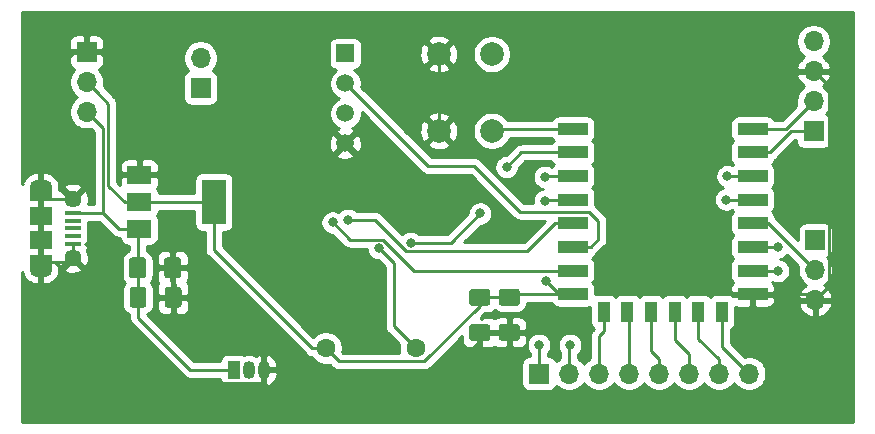
<source format=gbr>
G04 #@! TF.GenerationSoftware,KiCad,Pcbnew,(5.1.5)-3*
G04 #@! TF.CreationDate,2020-12-22T19:25:10+13:00*
G04 #@! TF.ProjectId,SensorNodeCircuit,53656e73-6f72-44e6-9f64-654369726375,rev?*
G04 #@! TF.SameCoordinates,Original*
G04 #@! TF.FileFunction,Copper,L1,Top*
G04 #@! TF.FilePolarity,Positive*
%FSLAX46Y46*%
G04 Gerber Fmt 4.6, Leading zero omitted, Abs format (unit mm)*
G04 Created by KiCad (PCBNEW (5.1.5)-3) date 2020-12-22 19:25:10*
%MOMM*%
%LPD*%
G04 APERTURE LIST*
%ADD10C,0.100000*%
%ADD11R,1.900000X1.500000*%
%ADD12C,1.450000*%
%ADD13R,1.350000X0.400000*%
%ADD14O,1.900000X1.200000*%
%ADD15R,1.900000X1.200000*%
%ADD16R,1.700000X1.700000*%
%ADD17O,1.700000X1.700000*%
%ADD18C,1.600000*%
%ADD19R,2.000000X3.800000*%
%ADD20R,2.000000X1.500000*%
%ADD21R,2.500000X1.000000*%
%ADD22R,1.000000X1.800000*%
%ADD23O,1.050000X1.500000*%
%ADD24R,1.050000X1.500000*%
%ADD25R,1.500000X1.500000*%
%ADD26C,1.500000*%
%ADD27C,2.000000*%
%ADD28C,0.800000*%
%ADD29C,0.250000*%
%ADD30C,0.254000*%
G04 APERTURE END LIST*
G04 #@! TA.AperFunction,SMDPad,CuDef*
D10*
G36*
X115476504Y-97658204D02*
G01*
X115500773Y-97661804D01*
X115524571Y-97667765D01*
X115547671Y-97676030D01*
X115569849Y-97686520D01*
X115590893Y-97699133D01*
X115610598Y-97713747D01*
X115628777Y-97730223D01*
X115645253Y-97748402D01*
X115659867Y-97768107D01*
X115672480Y-97789151D01*
X115682970Y-97811329D01*
X115691235Y-97834429D01*
X115697196Y-97858227D01*
X115700796Y-97882496D01*
X115702000Y-97907000D01*
X115702000Y-99157000D01*
X115700796Y-99181504D01*
X115697196Y-99205773D01*
X115691235Y-99229571D01*
X115682970Y-99252671D01*
X115672480Y-99274849D01*
X115659867Y-99295893D01*
X115645253Y-99315598D01*
X115628777Y-99333777D01*
X115610598Y-99350253D01*
X115590893Y-99364867D01*
X115569849Y-99377480D01*
X115547671Y-99387970D01*
X115524571Y-99396235D01*
X115500773Y-99402196D01*
X115476504Y-99405796D01*
X115452000Y-99407000D01*
X114527000Y-99407000D01*
X114502496Y-99405796D01*
X114478227Y-99402196D01*
X114454429Y-99396235D01*
X114431329Y-99387970D01*
X114409151Y-99377480D01*
X114388107Y-99364867D01*
X114368402Y-99350253D01*
X114350223Y-99333777D01*
X114333747Y-99315598D01*
X114319133Y-99295893D01*
X114306520Y-99274849D01*
X114296030Y-99252671D01*
X114287765Y-99229571D01*
X114281804Y-99205773D01*
X114278204Y-99181504D01*
X114277000Y-99157000D01*
X114277000Y-97907000D01*
X114278204Y-97882496D01*
X114281804Y-97858227D01*
X114287765Y-97834429D01*
X114296030Y-97811329D01*
X114306520Y-97789151D01*
X114319133Y-97768107D01*
X114333747Y-97748402D01*
X114350223Y-97730223D01*
X114368402Y-97713747D01*
X114388107Y-97699133D01*
X114409151Y-97686520D01*
X114431329Y-97676030D01*
X114454429Y-97667765D01*
X114478227Y-97661804D01*
X114502496Y-97658204D01*
X114527000Y-97657000D01*
X115452000Y-97657000D01*
X115476504Y-97658204D01*
G37*
G04 #@! TD.AperFunction*
G04 #@! TA.AperFunction,SMDPad,CuDef*
G36*
X112501504Y-97658204D02*
G01*
X112525773Y-97661804D01*
X112549571Y-97667765D01*
X112572671Y-97676030D01*
X112594849Y-97686520D01*
X112615893Y-97699133D01*
X112635598Y-97713747D01*
X112653777Y-97730223D01*
X112670253Y-97748402D01*
X112684867Y-97768107D01*
X112697480Y-97789151D01*
X112707970Y-97811329D01*
X112716235Y-97834429D01*
X112722196Y-97858227D01*
X112725796Y-97882496D01*
X112727000Y-97907000D01*
X112727000Y-99157000D01*
X112725796Y-99181504D01*
X112722196Y-99205773D01*
X112716235Y-99229571D01*
X112707970Y-99252671D01*
X112697480Y-99274849D01*
X112684867Y-99295893D01*
X112670253Y-99315598D01*
X112653777Y-99333777D01*
X112635598Y-99350253D01*
X112615893Y-99364867D01*
X112594849Y-99377480D01*
X112572671Y-99387970D01*
X112549571Y-99396235D01*
X112525773Y-99402196D01*
X112501504Y-99405796D01*
X112477000Y-99407000D01*
X111552000Y-99407000D01*
X111527496Y-99405796D01*
X111503227Y-99402196D01*
X111479429Y-99396235D01*
X111456329Y-99387970D01*
X111434151Y-99377480D01*
X111413107Y-99364867D01*
X111393402Y-99350253D01*
X111375223Y-99333777D01*
X111358747Y-99315598D01*
X111344133Y-99295893D01*
X111331520Y-99274849D01*
X111321030Y-99252671D01*
X111312765Y-99229571D01*
X111306804Y-99205773D01*
X111303204Y-99181504D01*
X111302000Y-99157000D01*
X111302000Y-97907000D01*
X111303204Y-97882496D01*
X111306804Y-97858227D01*
X111312765Y-97834429D01*
X111321030Y-97811329D01*
X111331520Y-97789151D01*
X111344133Y-97768107D01*
X111358747Y-97748402D01*
X111375223Y-97730223D01*
X111393402Y-97713747D01*
X111413107Y-97699133D01*
X111434151Y-97686520D01*
X111456329Y-97676030D01*
X111479429Y-97667765D01*
X111503227Y-97661804D01*
X111527496Y-97658204D01*
X111552000Y-97657000D01*
X112477000Y-97657000D01*
X112501504Y-97658204D01*
G37*
G04 #@! TD.AperFunction*
G04 #@! TA.AperFunction,SMDPad,CuDef*
G36*
X112539004Y-100158204D02*
G01*
X112563273Y-100161804D01*
X112587071Y-100167765D01*
X112610171Y-100176030D01*
X112632349Y-100186520D01*
X112653393Y-100199133D01*
X112673098Y-100213747D01*
X112691277Y-100230223D01*
X112707753Y-100248402D01*
X112722367Y-100268107D01*
X112734980Y-100289151D01*
X112745470Y-100311329D01*
X112753735Y-100334429D01*
X112759696Y-100358227D01*
X112763296Y-100382496D01*
X112764500Y-100407000D01*
X112764500Y-101657000D01*
X112763296Y-101681504D01*
X112759696Y-101705773D01*
X112753735Y-101729571D01*
X112745470Y-101752671D01*
X112734980Y-101774849D01*
X112722367Y-101795893D01*
X112707753Y-101815598D01*
X112691277Y-101833777D01*
X112673098Y-101850253D01*
X112653393Y-101864867D01*
X112632349Y-101877480D01*
X112610171Y-101887970D01*
X112587071Y-101896235D01*
X112563273Y-101902196D01*
X112539004Y-101905796D01*
X112514500Y-101907000D01*
X111589500Y-101907000D01*
X111564996Y-101905796D01*
X111540727Y-101902196D01*
X111516929Y-101896235D01*
X111493829Y-101887970D01*
X111471651Y-101877480D01*
X111450607Y-101864867D01*
X111430902Y-101850253D01*
X111412723Y-101833777D01*
X111396247Y-101815598D01*
X111381633Y-101795893D01*
X111369020Y-101774849D01*
X111358530Y-101752671D01*
X111350265Y-101729571D01*
X111344304Y-101705773D01*
X111340704Y-101681504D01*
X111339500Y-101657000D01*
X111339500Y-100407000D01*
X111340704Y-100382496D01*
X111344304Y-100358227D01*
X111350265Y-100334429D01*
X111358530Y-100311329D01*
X111369020Y-100289151D01*
X111381633Y-100268107D01*
X111396247Y-100248402D01*
X111412723Y-100230223D01*
X111430902Y-100213747D01*
X111450607Y-100199133D01*
X111471651Y-100186520D01*
X111493829Y-100176030D01*
X111516929Y-100167765D01*
X111540727Y-100161804D01*
X111564996Y-100158204D01*
X111589500Y-100157000D01*
X112514500Y-100157000D01*
X112539004Y-100158204D01*
G37*
G04 #@! TD.AperFunction*
G04 #@! TA.AperFunction,SMDPad,CuDef*
G36*
X115514004Y-100158204D02*
G01*
X115538273Y-100161804D01*
X115562071Y-100167765D01*
X115585171Y-100176030D01*
X115607349Y-100186520D01*
X115628393Y-100199133D01*
X115648098Y-100213747D01*
X115666277Y-100230223D01*
X115682753Y-100248402D01*
X115697367Y-100268107D01*
X115709980Y-100289151D01*
X115720470Y-100311329D01*
X115728735Y-100334429D01*
X115734696Y-100358227D01*
X115738296Y-100382496D01*
X115739500Y-100407000D01*
X115739500Y-101657000D01*
X115738296Y-101681504D01*
X115734696Y-101705773D01*
X115728735Y-101729571D01*
X115720470Y-101752671D01*
X115709980Y-101774849D01*
X115697367Y-101795893D01*
X115682753Y-101815598D01*
X115666277Y-101833777D01*
X115648098Y-101850253D01*
X115628393Y-101864867D01*
X115607349Y-101877480D01*
X115585171Y-101887970D01*
X115562071Y-101896235D01*
X115538273Y-101902196D01*
X115514004Y-101905796D01*
X115489500Y-101907000D01*
X114564500Y-101907000D01*
X114539996Y-101905796D01*
X114515727Y-101902196D01*
X114491929Y-101896235D01*
X114468829Y-101887970D01*
X114446651Y-101877480D01*
X114425607Y-101864867D01*
X114405902Y-101850253D01*
X114387723Y-101833777D01*
X114371247Y-101815598D01*
X114356633Y-101795893D01*
X114344020Y-101774849D01*
X114333530Y-101752671D01*
X114325265Y-101729571D01*
X114319304Y-101705773D01*
X114315704Y-101681504D01*
X114314500Y-101657000D01*
X114314500Y-100407000D01*
X114315704Y-100382496D01*
X114319304Y-100358227D01*
X114325265Y-100334429D01*
X114333530Y-100311329D01*
X114344020Y-100289151D01*
X114356633Y-100268107D01*
X114371247Y-100248402D01*
X114387723Y-100230223D01*
X114405902Y-100213747D01*
X114425607Y-100199133D01*
X114446651Y-100186520D01*
X114468829Y-100176030D01*
X114491929Y-100167765D01*
X114515727Y-100161804D01*
X114539996Y-100158204D01*
X114564500Y-100157000D01*
X115489500Y-100157000D01*
X115514004Y-100158204D01*
G37*
G04 #@! TD.AperFunction*
G04 #@! TA.AperFunction,SMDPad,CuDef*
G36*
X141629504Y-103309704D02*
G01*
X141653773Y-103313304D01*
X141677571Y-103319265D01*
X141700671Y-103327530D01*
X141722849Y-103338020D01*
X141743893Y-103350633D01*
X141763598Y-103365247D01*
X141781777Y-103381723D01*
X141798253Y-103399902D01*
X141812867Y-103419607D01*
X141825480Y-103440651D01*
X141835970Y-103462829D01*
X141844235Y-103485929D01*
X141850196Y-103509727D01*
X141853796Y-103533996D01*
X141855000Y-103558500D01*
X141855000Y-104483500D01*
X141853796Y-104508004D01*
X141850196Y-104532273D01*
X141844235Y-104556071D01*
X141835970Y-104579171D01*
X141825480Y-104601349D01*
X141812867Y-104622393D01*
X141798253Y-104642098D01*
X141781777Y-104660277D01*
X141763598Y-104676753D01*
X141743893Y-104691367D01*
X141722849Y-104703980D01*
X141700671Y-104714470D01*
X141677571Y-104722735D01*
X141653773Y-104728696D01*
X141629504Y-104732296D01*
X141605000Y-104733500D01*
X140355000Y-104733500D01*
X140330496Y-104732296D01*
X140306227Y-104728696D01*
X140282429Y-104722735D01*
X140259329Y-104714470D01*
X140237151Y-104703980D01*
X140216107Y-104691367D01*
X140196402Y-104676753D01*
X140178223Y-104660277D01*
X140161747Y-104642098D01*
X140147133Y-104622393D01*
X140134520Y-104601349D01*
X140124030Y-104579171D01*
X140115765Y-104556071D01*
X140109804Y-104532273D01*
X140106204Y-104508004D01*
X140105000Y-104483500D01*
X140105000Y-103558500D01*
X140106204Y-103533996D01*
X140109804Y-103509727D01*
X140115765Y-103485929D01*
X140124030Y-103462829D01*
X140134520Y-103440651D01*
X140147133Y-103419607D01*
X140161747Y-103399902D01*
X140178223Y-103381723D01*
X140196402Y-103365247D01*
X140216107Y-103350633D01*
X140237151Y-103338020D01*
X140259329Y-103327530D01*
X140282429Y-103319265D01*
X140306227Y-103313304D01*
X140330496Y-103309704D01*
X140355000Y-103308500D01*
X141605000Y-103308500D01*
X141629504Y-103309704D01*
G37*
G04 #@! TD.AperFunction*
G04 #@! TA.AperFunction,SMDPad,CuDef*
G36*
X141629504Y-100334704D02*
G01*
X141653773Y-100338304D01*
X141677571Y-100344265D01*
X141700671Y-100352530D01*
X141722849Y-100363020D01*
X141743893Y-100375633D01*
X141763598Y-100390247D01*
X141781777Y-100406723D01*
X141798253Y-100424902D01*
X141812867Y-100444607D01*
X141825480Y-100465651D01*
X141835970Y-100487829D01*
X141844235Y-100510929D01*
X141850196Y-100534727D01*
X141853796Y-100558996D01*
X141855000Y-100583500D01*
X141855000Y-101508500D01*
X141853796Y-101533004D01*
X141850196Y-101557273D01*
X141844235Y-101581071D01*
X141835970Y-101604171D01*
X141825480Y-101626349D01*
X141812867Y-101647393D01*
X141798253Y-101667098D01*
X141781777Y-101685277D01*
X141763598Y-101701753D01*
X141743893Y-101716367D01*
X141722849Y-101728980D01*
X141700671Y-101739470D01*
X141677571Y-101747735D01*
X141653773Y-101753696D01*
X141629504Y-101757296D01*
X141605000Y-101758500D01*
X140355000Y-101758500D01*
X140330496Y-101757296D01*
X140306227Y-101753696D01*
X140282429Y-101747735D01*
X140259329Y-101739470D01*
X140237151Y-101728980D01*
X140216107Y-101716367D01*
X140196402Y-101701753D01*
X140178223Y-101685277D01*
X140161747Y-101667098D01*
X140147133Y-101647393D01*
X140134520Y-101626349D01*
X140124030Y-101604171D01*
X140115765Y-101581071D01*
X140109804Y-101557273D01*
X140106204Y-101533004D01*
X140105000Y-101508500D01*
X140105000Y-100583500D01*
X140106204Y-100558996D01*
X140109804Y-100534727D01*
X140115765Y-100510929D01*
X140124030Y-100487829D01*
X140134520Y-100465651D01*
X140147133Y-100444607D01*
X140161747Y-100424902D01*
X140178223Y-100406723D01*
X140196402Y-100390247D01*
X140216107Y-100375633D01*
X140237151Y-100363020D01*
X140259329Y-100352530D01*
X140282429Y-100344265D01*
X140306227Y-100338304D01*
X140330496Y-100334704D01*
X140355000Y-100333500D01*
X141605000Y-100333500D01*
X141629504Y-100334704D01*
G37*
G04 #@! TD.AperFunction*
G04 #@! TA.AperFunction,SMDPad,CuDef*
G36*
X144139504Y-100314704D02*
G01*
X144163773Y-100318304D01*
X144187571Y-100324265D01*
X144210671Y-100332530D01*
X144232849Y-100343020D01*
X144253893Y-100355633D01*
X144273598Y-100370247D01*
X144291777Y-100386723D01*
X144308253Y-100404902D01*
X144322867Y-100424607D01*
X144335480Y-100445651D01*
X144345970Y-100467829D01*
X144354235Y-100490929D01*
X144360196Y-100514727D01*
X144363796Y-100538996D01*
X144365000Y-100563500D01*
X144365000Y-101488500D01*
X144363796Y-101513004D01*
X144360196Y-101537273D01*
X144354235Y-101561071D01*
X144345970Y-101584171D01*
X144335480Y-101606349D01*
X144322867Y-101627393D01*
X144308253Y-101647098D01*
X144291777Y-101665277D01*
X144273598Y-101681753D01*
X144253893Y-101696367D01*
X144232849Y-101708980D01*
X144210671Y-101719470D01*
X144187571Y-101727735D01*
X144163773Y-101733696D01*
X144139504Y-101737296D01*
X144115000Y-101738500D01*
X142865000Y-101738500D01*
X142840496Y-101737296D01*
X142816227Y-101733696D01*
X142792429Y-101727735D01*
X142769329Y-101719470D01*
X142747151Y-101708980D01*
X142726107Y-101696367D01*
X142706402Y-101681753D01*
X142688223Y-101665277D01*
X142671747Y-101647098D01*
X142657133Y-101627393D01*
X142644520Y-101606349D01*
X142634030Y-101584171D01*
X142625765Y-101561071D01*
X142619804Y-101537273D01*
X142616204Y-101513004D01*
X142615000Y-101488500D01*
X142615000Y-100563500D01*
X142616204Y-100538996D01*
X142619804Y-100514727D01*
X142625765Y-100490929D01*
X142634030Y-100467829D01*
X142644520Y-100445651D01*
X142657133Y-100424607D01*
X142671747Y-100404902D01*
X142688223Y-100386723D01*
X142706402Y-100370247D01*
X142726107Y-100355633D01*
X142747151Y-100343020D01*
X142769329Y-100332530D01*
X142792429Y-100324265D01*
X142816227Y-100318304D01*
X142840496Y-100314704D01*
X142865000Y-100313500D01*
X144115000Y-100313500D01*
X144139504Y-100314704D01*
G37*
G04 #@! TD.AperFunction*
G04 #@! TA.AperFunction,SMDPad,CuDef*
G36*
X144139504Y-103289704D02*
G01*
X144163773Y-103293304D01*
X144187571Y-103299265D01*
X144210671Y-103307530D01*
X144232849Y-103318020D01*
X144253893Y-103330633D01*
X144273598Y-103345247D01*
X144291777Y-103361723D01*
X144308253Y-103379902D01*
X144322867Y-103399607D01*
X144335480Y-103420651D01*
X144345970Y-103442829D01*
X144354235Y-103465929D01*
X144360196Y-103489727D01*
X144363796Y-103513996D01*
X144365000Y-103538500D01*
X144365000Y-104463500D01*
X144363796Y-104488004D01*
X144360196Y-104512273D01*
X144354235Y-104536071D01*
X144345970Y-104559171D01*
X144335480Y-104581349D01*
X144322867Y-104602393D01*
X144308253Y-104622098D01*
X144291777Y-104640277D01*
X144273598Y-104656753D01*
X144253893Y-104671367D01*
X144232849Y-104683980D01*
X144210671Y-104694470D01*
X144187571Y-104702735D01*
X144163773Y-104708696D01*
X144139504Y-104712296D01*
X144115000Y-104713500D01*
X142865000Y-104713500D01*
X142840496Y-104712296D01*
X142816227Y-104708696D01*
X142792429Y-104702735D01*
X142769329Y-104694470D01*
X142747151Y-104683980D01*
X142726107Y-104671367D01*
X142706402Y-104656753D01*
X142688223Y-104640277D01*
X142671747Y-104622098D01*
X142657133Y-104602393D01*
X142644520Y-104581349D01*
X142634030Y-104559171D01*
X142625765Y-104536071D01*
X142619804Y-104512273D01*
X142616204Y-104488004D01*
X142615000Y-104463500D01*
X142615000Y-103538500D01*
X142616204Y-103513996D01*
X142619804Y-103489727D01*
X142625765Y-103465929D01*
X142634030Y-103442829D01*
X142644520Y-103420651D01*
X142657133Y-103399607D01*
X142671747Y-103379902D01*
X142688223Y-103361723D01*
X142706402Y-103345247D01*
X142726107Y-103330633D01*
X142747151Y-103318020D01*
X142769329Y-103307530D01*
X142792429Y-103299265D01*
X142816227Y-103293304D01*
X142840496Y-103289704D01*
X142865000Y-103288500D01*
X144115000Y-103288500D01*
X144139504Y-103289704D01*
G37*
G04 #@! TD.AperFunction*
D11*
X103812500Y-96186000D03*
D12*
X106512500Y-92686000D03*
D13*
X106512500Y-94536000D03*
X106512500Y-93886000D03*
X106512500Y-96486000D03*
X106512500Y-95836000D03*
X106512500Y-95186000D03*
D12*
X106512500Y-97686000D03*
D11*
X103812500Y-94186000D03*
D14*
X103812500Y-91686000D03*
X103812500Y-98686000D03*
D15*
X103812500Y-98086000D03*
X103812500Y-92286000D03*
D16*
X169246000Y-86988000D03*
D17*
X169246000Y-84448000D03*
X169246000Y-81908000D03*
X169246000Y-79368000D03*
D16*
X145999200Y-107492800D03*
D17*
X148539200Y-107492800D03*
X151079200Y-107492800D03*
X153619200Y-107492800D03*
X156159200Y-107492800D03*
X158699200Y-107492800D03*
X161239200Y-107492800D03*
X163779200Y-107492800D03*
D16*
X169386000Y-96188000D03*
D17*
X169386000Y-98728000D03*
X169386000Y-101268000D03*
D16*
X107696000Y-80264000D03*
D17*
X107696000Y-82804000D03*
X107696000Y-85344000D03*
D16*
X117348000Y-83312000D03*
D17*
X117348000Y-80772000D03*
D18*
X127950000Y-105346000D03*
X135550000Y-105346000D03*
D19*
X118466000Y-92964000D03*
D20*
X112166000Y-92964000D03*
X112166000Y-95264000D03*
X112166000Y-90664000D03*
D21*
X148891001Y-86771001D03*
X148891001Y-88771001D03*
X148891001Y-90771001D03*
X148891001Y-92771001D03*
X148891001Y-94771001D03*
X148891001Y-96771001D03*
X148891001Y-98771001D03*
X148891001Y-100771001D03*
D22*
X151491001Y-102271001D03*
X153491001Y-102271001D03*
X155491001Y-102271001D03*
X157491001Y-102271001D03*
X159491001Y-102271001D03*
X161491001Y-102271001D03*
D21*
X164091001Y-100771001D03*
X164091001Y-98771001D03*
X164091001Y-96771001D03*
X164091001Y-94771001D03*
X164091001Y-92771001D03*
X164091001Y-90771001D03*
X164091001Y-88771001D03*
X164091001Y-86771001D03*
D23*
X121430000Y-107186000D03*
X122700000Y-107186000D03*
D24*
X120160000Y-107186000D03*
D25*
X129600000Y-80386000D03*
D26*
X129600000Y-82926000D03*
X129600000Y-85466000D03*
X129600000Y-88006000D03*
D27*
X142010000Y-86946000D03*
X137510000Y-86946000D03*
X142010000Y-80446000D03*
X137510000Y-80446000D03*
D28*
X146608800Y-99669600D03*
X129844800Y-94488000D03*
X128524000Y-94691200D03*
X135128000Y-96418400D03*
X141020800Y-93929200D03*
X143256000Y-90017600D03*
X166217600Y-98806000D03*
X166217600Y-96774000D03*
X161848800Y-92760800D03*
X161950400Y-90779600D03*
X145999200Y-105054400D03*
X148640800Y-105054400D03*
X132435600Y-96875600D03*
X146507200Y-90830400D03*
X146507200Y-92862400D03*
D29*
X115027000Y-98569500D02*
X114989500Y-98532000D01*
X115027000Y-101032000D02*
X115027000Y-98569500D01*
X122700000Y-106186000D02*
X122700000Y-107186000D01*
X117546000Y-101032000D02*
X122700000Y-106186000D01*
X115027000Y-101032000D02*
X117546000Y-101032000D01*
X168889001Y-100771001D02*
X169386000Y-101268000D01*
X164091001Y-100771001D02*
X168889001Y-100771001D01*
X103812500Y-94186000D02*
X103812500Y-92286000D01*
X103812500Y-96186000D02*
X103812500Y-94186000D01*
X103812500Y-98086000D02*
X103812500Y-96186000D01*
X103812500Y-92536000D02*
X103812500Y-91686000D01*
X103962500Y-92686000D02*
X103812500Y-92536000D01*
X106512500Y-92686000D02*
X103962500Y-92686000D01*
X106112500Y-98086000D02*
X106512500Y-97686000D01*
X103812500Y-98086000D02*
X106112500Y-98086000D01*
X103812500Y-92286000D02*
X103812500Y-91436000D01*
X122624990Y-108261010D02*
X122700000Y-108186000D01*
X115187510Y-108261010D02*
X122624990Y-108261010D01*
X122700000Y-108186000D02*
X122700000Y-107186000D01*
X105012500Y-98086000D02*
X115187510Y-108261010D01*
X103812500Y-98086000D02*
X105012500Y-98086000D01*
X140980000Y-104733500D02*
X140980000Y-104021000D01*
X138527500Y-107186000D02*
X140980000Y-104733500D01*
X122700000Y-107186000D02*
X138527500Y-107186000D01*
X106596000Y-80264000D02*
X107696000Y-80264000D01*
X103812500Y-83047500D02*
X106596000Y-80264000D01*
X103812500Y-92286000D02*
X103812500Y-83047500D01*
X108796000Y-80264000D02*
X107696000Y-80264000D01*
X112166000Y-83634000D02*
X108796000Y-80264000D01*
X112166000Y-90664000D02*
X112166000Y-83634000D01*
X106512500Y-97686000D02*
X106512500Y-96486000D01*
X137510000Y-86946000D02*
X137510000Y-80446000D01*
X108796000Y-80264000D02*
X110320000Y-78740000D01*
X135804000Y-78740000D02*
X137510000Y-80446000D01*
X110320000Y-78740000D02*
X135804000Y-78740000D01*
X170561001Y-83223001D02*
X170095999Y-82757999D01*
X170095999Y-82757999D02*
X169246000Y-81908000D01*
X170561001Y-100092999D02*
X170561001Y-83223001D01*
X169386000Y-101268000D02*
X170561001Y-100092999D01*
X143470000Y-104021000D02*
X143490000Y-104001000D01*
X140980000Y-104021000D02*
X143470000Y-104021000D01*
X106512500Y-93886000D02*
X109075200Y-93886000D01*
X110453200Y-95264000D02*
X112166000Y-95264000D01*
X109075200Y-93886000D02*
X110453200Y-95264000D01*
X112014500Y-95415500D02*
X112166000Y-95264000D01*
X112014500Y-98532000D02*
X112014500Y-95415500D01*
X112052000Y-98569500D02*
X112014500Y-98532000D01*
X112052000Y-101032000D02*
X112052000Y-98569500D01*
X120160000Y-107186000D02*
X116482400Y-107186000D01*
X112052000Y-102755600D02*
X112052000Y-101032000D01*
X116482400Y-107186000D02*
X112052000Y-102755600D01*
X109075200Y-86723200D02*
X107696000Y-85344000D01*
X109075200Y-93886000D02*
X109075200Y-86723200D01*
X143470000Y-101046000D02*
X143490000Y-101026000D01*
X140980000Y-101046000D02*
X143470000Y-101046000D01*
X143744999Y-100771001D02*
X143490000Y-101026000D01*
X148891001Y-100771001D02*
X143744999Y-100771001D01*
X112166000Y-92964000D02*
X118466000Y-92964000D01*
X118466000Y-96993370D02*
X118466000Y-95114000D01*
X118466000Y-95114000D02*
X118466000Y-92964000D01*
X126818630Y-105346000D02*
X118466000Y-96993370D01*
X127950000Y-105346000D02*
X126818630Y-105346000D01*
X109525210Y-84633210D02*
X108545999Y-83653999D01*
X110916000Y-92964000D02*
X109525210Y-91573210D01*
X108545999Y-83653999D02*
X107696000Y-82804000D01*
X109525210Y-91573210D02*
X109525210Y-84633210D01*
X112166000Y-92964000D02*
X110916000Y-92964000D01*
X140980000Y-101758500D02*
X140980000Y-101046000D01*
X136267499Y-106471001D02*
X140980000Y-101758500D01*
X127950000Y-105346000D02*
X129075001Y-106471001D01*
X129075001Y-106471001D02*
X136267499Y-106471001D01*
X147710201Y-100771001D02*
X148891001Y-100771001D01*
X146608800Y-99669600D02*
X147710201Y-100771001D01*
X167374002Y-86988000D02*
X169246000Y-86988000D01*
X164091001Y-88771001D02*
X165591001Y-88771001D01*
X165591001Y-88771001D02*
X167374002Y-86988000D01*
X166922999Y-86771001D02*
X169246000Y-84448000D01*
X164091001Y-86771001D02*
X166922999Y-86771001D01*
X145999200Y-107492800D02*
X145999200Y-105054400D01*
X148539200Y-105156000D02*
X148640800Y-105054400D01*
X148539200Y-107492800D02*
X148539200Y-105156000D01*
X164080800Y-92760800D02*
X164091001Y-92771001D01*
X161848800Y-92760800D02*
X164080800Y-92760800D01*
X164082402Y-90779600D02*
X164091001Y-90771001D01*
X161950400Y-90779600D02*
X164082402Y-90779600D01*
X151079200Y-107492800D02*
X151079200Y-104343200D01*
X151491001Y-103931399D02*
X151491001Y-102271001D01*
X151079200Y-104343200D02*
X151491001Y-103931399D01*
X153619200Y-102399200D02*
X153491001Y-102271001D01*
X153619200Y-107492800D02*
X153619200Y-102399200D01*
X155491001Y-105622520D02*
X155491001Y-102271001D01*
X156159200Y-107492800D02*
X156159200Y-106290719D01*
X156159200Y-106290719D02*
X155491001Y-105622520D01*
X158699200Y-107492800D02*
X158699200Y-105867200D01*
X157491001Y-104659001D02*
X157491001Y-102271001D01*
X158699200Y-105867200D02*
X157491001Y-104659001D01*
X161239200Y-107492800D02*
X161239200Y-106290719D01*
X159491001Y-104542520D02*
X159491001Y-102271001D01*
X161239200Y-106290719D02*
X159491001Y-104542520D01*
X161491001Y-105204601D02*
X161491001Y-102271001D01*
X163779200Y-107492800D02*
X161491001Y-105204601D01*
X165429001Y-94771001D02*
X164091001Y-94771001D01*
X169386000Y-98728000D02*
X165429001Y-94771001D01*
X142184999Y-86771001D02*
X142010000Y-86946000D01*
X148891001Y-86771001D02*
X142184999Y-86771001D01*
X146566599Y-90771001D02*
X146507200Y-90830400D01*
X148891001Y-90771001D02*
X146566599Y-90771001D01*
X146598599Y-92771001D02*
X146507200Y-92862400D01*
X148891001Y-92771001D02*
X146598599Y-92771001D01*
X166182601Y-98771001D02*
X166217600Y-98806000D01*
X164091001Y-98771001D02*
X166182601Y-98771001D01*
X166214601Y-96771001D02*
X166217600Y-96774000D01*
X164091001Y-96771001D02*
X166214601Y-96771001D01*
X133705600Y-103501600D02*
X135550000Y-105346000D01*
X133705600Y-98145600D02*
X132435600Y-96875600D01*
X133705600Y-103501600D02*
X133705600Y-98145600D01*
X144502599Y-88771001D02*
X143256000Y-90017600D01*
X148891001Y-88771001D02*
X144502599Y-88771001D01*
X138531600Y-96418400D02*
X141020800Y-93929200D01*
X135128000Y-96418400D02*
X138531600Y-96418400D01*
X147391001Y-94771001D02*
X148891001Y-94771001D01*
X132124598Y-94488000D02*
X134779999Y-97143401D01*
X145018601Y-97143401D02*
X147391001Y-94771001D01*
X134779999Y-97143401D02*
X145018601Y-97143401D01*
X129844800Y-94488000D02*
X132124598Y-94488000D01*
X140536000Y-89916000D02*
X136590000Y-89916000D01*
X136590000Y-89916000D02*
X129600000Y-82926000D01*
X150391001Y-96771001D02*
X151028400Y-96133602D01*
X148891001Y-96771001D02*
X150391001Y-96771001D01*
X140536000Y-89916000D02*
X144396800Y-93776800D01*
X151028400Y-94573398D02*
X151028400Y-96133602D01*
X150231802Y-93776800D02*
X151028400Y-94573398D01*
X144396800Y-93776800D02*
X150231802Y-93776800D01*
X129983399Y-96150599D02*
X128524000Y-94691200D01*
X148891001Y-98771001D02*
X135905801Y-98771001D01*
X135404003Y-98771001D02*
X135905801Y-98771001D01*
X132783601Y-96150599D02*
X135404003Y-98771001D01*
X129983399Y-96150599D02*
X132783601Y-96150599D01*
D30*
G36*
X172568001Y-111608000D02*
G01*
X102260000Y-111608000D01*
X102260000Y-98887331D01*
X102272998Y-98930180D01*
X102292821Y-98967265D01*
X102269038Y-99003609D01*
X102272909Y-99041282D01*
X102365079Y-99266533D01*
X102499422Y-99469474D01*
X102670775Y-99642307D01*
X102872554Y-99778390D01*
X103097004Y-99872493D01*
X103335500Y-99921000D01*
X103685500Y-99921000D01*
X103685500Y-96313000D01*
X103665500Y-96313000D01*
X103665500Y-96059000D01*
X103685500Y-96059000D01*
X103685500Y-94313000D01*
X103665500Y-94313000D01*
X103665500Y-94059000D01*
X103685500Y-94059000D01*
X103685500Y-90451000D01*
X103939500Y-90451000D01*
X103939500Y-94059000D01*
X103959500Y-94059000D01*
X103959500Y-94313000D01*
X103939500Y-94313000D01*
X103939500Y-96059000D01*
X103959500Y-96059000D01*
X103959500Y-96313000D01*
X103939500Y-96313000D01*
X103939500Y-99921000D01*
X104289500Y-99921000D01*
X104527996Y-99872493D01*
X104752446Y-99778390D01*
X104954225Y-99642307D01*
X105125578Y-99469474D01*
X105259921Y-99266533D01*
X105352091Y-99041282D01*
X105355962Y-99003609D01*
X105332179Y-98967265D01*
X105352002Y-98930180D01*
X105387548Y-98813002D01*
X105397500Y-98813002D01*
X105397500Y-98717192D01*
X105400572Y-98686000D01*
X105399977Y-98625133D01*
X105752972Y-98625133D01*
X105815465Y-98861450D01*
X106058178Y-98974850D01*
X106318349Y-99038719D01*
X106585982Y-99050604D01*
X106850791Y-99010048D01*
X107102600Y-98918609D01*
X107209535Y-98861450D01*
X107272028Y-98625133D01*
X106512500Y-97865605D01*
X105752972Y-98625133D01*
X105399977Y-98625133D01*
X105397767Y-98399091D01*
X105573367Y-98445528D01*
X106332895Y-97686000D01*
X106318753Y-97671858D01*
X106498358Y-97492253D01*
X106512500Y-97506395D01*
X106526643Y-97492253D01*
X106706248Y-97671858D01*
X106692105Y-97686000D01*
X107451633Y-98445528D01*
X107687950Y-98383035D01*
X107801350Y-98140322D01*
X107865219Y-97880151D01*
X107877104Y-97612518D01*
X107836548Y-97347709D01*
X107745109Y-97095900D01*
X107716225Y-97041864D01*
X107773021Y-96939576D01*
X107811241Y-96820474D01*
X107822500Y-96717750D01*
X107663750Y-96559000D01*
X107551178Y-96559000D01*
X107638685Y-96487185D01*
X107718037Y-96390494D01*
X107754532Y-96322218D01*
X107822500Y-96254250D01*
X107812512Y-96163120D01*
X107813312Y-96160482D01*
X107825572Y-96036000D01*
X107825572Y-95636000D01*
X107813312Y-95511518D01*
X107813155Y-95511000D01*
X107813312Y-95510482D01*
X107825572Y-95386000D01*
X107825572Y-94986000D01*
X107813312Y-94861518D01*
X107813155Y-94861000D01*
X107813312Y-94860482D01*
X107825572Y-94736000D01*
X107825572Y-94646000D01*
X108760399Y-94646000D01*
X109889400Y-95775002D01*
X109913199Y-95804001D01*
X110028924Y-95898974D01*
X110160953Y-95969546D01*
X110304214Y-96013003D01*
X110415867Y-96024000D01*
X110415876Y-96024000D01*
X110453199Y-96027676D01*
X110490522Y-96024000D01*
X110528913Y-96024000D01*
X110540188Y-96138482D01*
X110576498Y-96258180D01*
X110635463Y-96368494D01*
X110714815Y-96465185D01*
X110811506Y-96544537D01*
X110921820Y-96603502D01*
X111041518Y-96639812D01*
X111166000Y-96652072D01*
X111254501Y-96652072D01*
X111254500Y-97073681D01*
X111212150Y-97086528D01*
X111058614Y-97168595D01*
X110924038Y-97279038D01*
X110813595Y-97413614D01*
X110731528Y-97567150D01*
X110680992Y-97733746D01*
X110663928Y-97907000D01*
X110663928Y-99157000D01*
X110680992Y-99330254D01*
X110731528Y-99496850D01*
X110813595Y-99650386D01*
X110924038Y-99784962D01*
X110943541Y-99800968D01*
X110851095Y-99913614D01*
X110769028Y-100067150D01*
X110718492Y-100233746D01*
X110701428Y-100407000D01*
X110701428Y-101657000D01*
X110718492Y-101830254D01*
X110769028Y-101996850D01*
X110851095Y-102150386D01*
X110961538Y-102284962D01*
X111096114Y-102395405D01*
X111249650Y-102477472D01*
X111292000Y-102490319D01*
X111292000Y-102718277D01*
X111288324Y-102755600D01*
X111292000Y-102792922D01*
X111292000Y-102792932D01*
X111302997Y-102904585D01*
X111342307Y-103034174D01*
X111346454Y-103047846D01*
X111417026Y-103179876D01*
X111454759Y-103225853D01*
X111511999Y-103295601D01*
X111541003Y-103319404D01*
X115918601Y-107697003D01*
X115942399Y-107726001D01*
X116058124Y-107820974D01*
X116190153Y-107891546D01*
X116333414Y-107935003D01*
X116445067Y-107946000D01*
X116445075Y-107946000D01*
X116482400Y-107949676D01*
X116519725Y-107946000D01*
X118997913Y-107946000D01*
X119009188Y-108060482D01*
X119045498Y-108180180D01*
X119104463Y-108290494D01*
X119183815Y-108387185D01*
X119280506Y-108466537D01*
X119390820Y-108525502D01*
X119510518Y-108561812D01*
X119635000Y-108574072D01*
X120685000Y-108574072D01*
X120809482Y-108561812D01*
X120929180Y-108525502D01*
X120993902Y-108490907D01*
X121202601Y-108554215D01*
X121430000Y-108576612D01*
X121657400Y-108554215D01*
X121876060Y-108487885D01*
X122064669Y-108387071D01*
X122123118Y-108428275D01*
X122332663Y-108521272D01*
X122394190Y-108529964D01*
X122573000Y-108404163D01*
X122573000Y-107639108D01*
X122573215Y-107638399D01*
X122590000Y-107467978D01*
X122590000Y-107313000D01*
X122827000Y-107313000D01*
X122827000Y-108404163D01*
X123005810Y-108529964D01*
X123067337Y-108521272D01*
X123276882Y-108428275D01*
X123464258Y-108296184D01*
X123622264Y-108130076D01*
X123744828Y-107936334D01*
X123827239Y-107722404D01*
X123866331Y-107496507D01*
X123706598Y-107313000D01*
X122827000Y-107313000D01*
X122590000Y-107313000D01*
X122590000Y-106904021D01*
X122573215Y-106733600D01*
X122573000Y-106732891D01*
X122573000Y-105967837D01*
X122827000Y-105967837D01*
X122827000Y-107059000D01*
X123706598Y-107059000D01*
X123866331Y-106875493D01*
X123827239Y-106649596D01*
X123744828Y-106435666D01*
X123622264Y-106241924D01*
X123464258Y-106075816D01*
X123276882Y-105943725D01*
X123067337Y-105850728D01*
X123005810Y-105842036D01*
X122827000Y-105967837D01*
X122573000Y-105967837D01*
X122394190Y-105842036D01*
X122332663Y-105850728D01*
X122123118Y-105943725D01*
X122064669Y-105984929D01*
X121876059Y-105884115D01*
X121657399Y-105817785D01*
X121430000Y-105795388D01*
X121202600Y-105817785D01*
X120993902Y-105881093D01*
X120929180Y-105846498D01*
X120809482Y-105810188D01*
X120685000Y-105797928D01*
X119635000Y-105797928D01*
X119510518Y-105810188D01*
X119390820Y-105846498D01*
X119280506Y-105905463D01*
X119183815Y-105984815D01*
X119104463Y-106081506D01*
X119045498Y-106191820D01*
X119009188Y-106311518D01*
X118997913Y-106426000D01*
X116797202Y-106426000D01*
X112849994Y-102478793D01*
X112854350Y-102477472D01*
X113007886Y-102395405D01*
X113142462Y-102284962D01*
X113252905Y-102150386D01*
X113334972Y-101996850D01*
X113362227Y-101907000D01*
X113676428Y-101907000D01*
X113688688Y-102031482D01*
X113724998Y-102151180D01*
X113783963Y-102261494D01*
X113863315Y-102358185D01*
X113960006Y-102437537D01*
X114070320Y-102496502D01*
X114190018Y-102532812D01*
X114314500Y-102545072D01*
X114741250Y-102542000D01*
X114900000Y-102383250D01*
X114900000Y-101159000D01*
X115154000Y-101159000D01*
X115154000Y-102383250D01*
X115312750Y-102542000D01*
X115739500Y-102545072D01*
X115863982Y-102532812D01*
X115983680Y-102496502D01*
X116093994Y-102437537D01*
X116190685Y-102358185D01*
X116270037Y-102261494D01*
X116329002Y-102151180D01*
X116365312Y-102031482D01*
X116377572Y-101907000D01*
X116374500Y-101317750D01*
X116215750Y-101159000D01*
X115154000Y-101159000D01*
X114900000Y-101159000D01*
X113838250Y-101159000D01*
X113679500Y-101317750D01*
X113676428Y-101907000D01*
X113362227Y-101907000D01*
X113385508Y-101830254D01*
X113402572Y-101657000D01*
X113402572Y-100407000D01*
X113385508Y-100233746D01*
X113334972Y-100067150D01*
X113252905Y-99913614D01*
X113142462Y-99779038D01*
X113122959Y-99763032D01*
X113215405Y-99650386D01*
X113297472Y-99496850D01*
X113324727Y-99407000D01*
X113638928Y-99407000D01*
X113651188Y-99531482D01*
X113687498Y-99651180D01*
X113746463Y-99761494D01*
X113782447Y-99805341D01*
X113724998Y-99912820D01*
X113688688Y-100032518D01*
X113676428Y-100157000D01*
X113679500Y-100746250D01*
X113838250Y-100905000D01*
X114900000Y-100905000D01*
X114900000Y-99680750D01*
X114862500Y-99643250D01*
X114862500Y-98659000D01*
X115116500Y-98659000D01*
X115116500Y-99883250D01*
X115154000Y-99920750D01*
X115154000Y-100905000D01*
X116215750Y-100905000D01*
X116374500Y-100746250D01*
X116377572Y-100157000D01*
X116365312Y-100032518D01*
X116329002Y-99912820D01*
X116270037Y-99802506D01*
X116234053Y-99758659D01*
X116291502Y-99651180D01*
X116327812Y-99531482D01*
X116340072Y-99407000D01*
X116337000Y-98817750D01*
X116178250Y-98659000D01*
X115116500Y-98659000D01*
X114862500Y-98659000D01*
X113800750Y-98659000D01*
X113642000Y-98817750D01*
X113638928Y-99407000D01*
X113324727Y-99407000D01*
X113348008Y-99330254D01*
X113365072Y-99157000D01*
X113365072Y-97907000D01*
X113348008Y-97733746D01*
X113324728Y-97657000D01*
X113638928Y-97657000D01*
X113642000Y-98246250D01*
X113800750Y-98405000D01*
X114862500Y-98405000D01*
X114862500Y-97180750D01*
X115116500Y-97180750D01*
X115116500Y-98405000D01*
X116178250Y-98405000D01*
X116337000Y-98246250D01*
X116340072Y-97657000D01*
X116327812Y-97532518D01*
X116291502Y-97412820D01*
X116232537Y-97302506D01*
X116153185Y-97205815D01*
X116056494Y-97126463D01*
X115946180Y-97067498D01*
X115826482Y-97031188D01*
X115702000Y-97018928D01*
X115275250Y-97022000D01*
X115116500Y-97180750D01*
X114862500Y-97180750D01*
X114703750Y-97022000D01*
X114277000Y-97018928D01*
X114152518Y-97031188D01*
X114032820Y-97067498D01*
X113922506Y-97126463D01*
X113825815Y-97205815D01*
X113746463Y-97302506D01*
X113687498Y-97412820D01*
X113651188Y-97532518D01*
X113638928Y-97657000D01*
X113324728Y-97657000D01*
X113297472Y-97567150D01*
X113215405Y-97413614D01*
X113104962Y-97279038D01*
X112970386Y-97168595D01*
X112816850Y-97086528D01*
X112774500Y-97073681D01*
X112774500Y-96652072D01*
X113166000Y-96652072D01*
X113290482Y-96639812D01*
X113410180Y-96603502D01*
X113520494Y-96544537D01*
X113617185Y-96465185D01*
X113696537Y-96368494D01*
X113755502Y-96258180D01*
X113791812Y-96138482D01*
X113804072Y-96014000D01*
X113804072Y-94514000D01*
X113791812Y-94389518D01*
X113755502Y-94269820D01*
X113696537Y-94159506D01*
X113659191Y-94114000D01*
X113696537Y-94068494D01*
X113755502Y-93958180D01*
X113791812Y-93838482D01*
X113803087Y-93724000D01*
X116827928Y-93724000D01*
X116827928Y-94864000D01*
X116840188Y-94988482D01*
X116876498Y-95108180D01*
X116935463Y-95218494D01*
X117014815Y-95315185D01*
X117111506Y-95394537D01*
X117221820Y-95453502D01*
X117341518Y-95489812D01*
X117466000Y-95502072D01*
X117706001Y-95502072D01*
X117706000Y-96956047D01*
X117702324Y-96993370D01*
X117706000Y-97030692D01*
X117706000Y-97030702D01*
X117716997Y-97142355D01*
X117759358Y-97282003D01*
X117760454Y-97285616D01*
X117831026Y-97417646D01*
X117849416Y-97440054D01*
X117925999Y-97533371D01*
X117955003Y-97557174D01*
X126254830Y-105857002D01*
X126278629Y-105886001D01*
X126319662Y-105919676D01*
X126394354Y-105980974D01*
X126526383Y-106051546D01*
X126669644Y-106095003D01*
X126728481Y-106100798D01*
X126835363Y-106260759D01*
X127035241Y-106460637D01*
X127270273Y-106617680D01*
X127531426Y-106725853D01*
X127808665Y-106781000D01*
X128091335Y-106781000D01*
X128273886Y-106744688D01*
X128511202Y-106982004D01*
X128535000Y-107011002D01*
X128650725Y-107105975D01*
X128782754Y-107176547D01*
X128926015Y-107220004D01*
X129037668Y-107231001D01*
X129037676Y-107231001D01*
X129075001Y-107234677D01*
X129112326Y-107231001D01*
X136230177Y-107231001D01*
X136267499Y-107234677D01*
X136304821Y-107231001D01*
X136304832Y-107231001D01*
X136416485Y-107220004D01*
X136559746Y-107176547D01*
X136691775Y-107105975D01*
X136807500Y-107011002D01*
X136831303Y-106981998D01*
X139469735Y-104343567D01*
X139466928Y-104733500D01*
X139479188Y-104857982D01*
X139515498Y-104977680D01*
X139574463Y-105087994D01*
X139653815Y-105184685D01*
X139750506Y-105264037D01*
X139860820Y-105323002D01*
X139980518Y-105359312D01*
X140105000Y-105371572D01*
X140694250Y-105368500D01*
X140853000Y-105209750D01*
X140853000Y-104148000D01*
X141107000Y-104148000D01*
X141107000Y-105209750D01*
X141265750Y-105368500D01*
X141855000Y-105371572D01*
X141979482Y-105359312D01*
X142099180Y-105323002D01*
X142209494Y-105264037D01*
X142247185Y-105233105D01*
X142260506Y-105244037D01*
X142370820Y-105303002D01*
X142490518Y-105339312D01*
X142615000Y-105351572D01*
X143204250Y-105348500D01*
X143363000Y-105189750D01*
X143363000Y-104128000D01*
X142138750Y-104128000D01*
X142118750Y-104148000D01*
X141107000Y-104148000D01*
X140853000Y-104148000D01*
X140833000Y-104148000D01*
X140833000Y-103894000D01*
X140853000Y-103894000D01*
X140853000Y-103874000D01*
X141107000Y-103874000D01*
X141107000Y-103894000D01*
X142331250Y-103894000D01*
X142351250Y-103874000D01*
X143363000Y-103874000D01*
X143363000Y-102812250D01*
X143617000Y-102812250D01*
X143617000Y-103874000D01*
X144841250Y-103874000D01*
X145000000Y-103715250D01*
X145003072Y-103288500D01*
X144990812Y-103164018D01*
X144954502Y-103044320D01*
X144895537Y-102934006D01*
X144816185Y-102837315D01*
X144719494Y-102757963D01*
X144609180Y-102698998D01*
X144489482Y-102662688D01*
X144365000Y-102650428D01*
X143775750Y-102653500D01*
X143617000Y-102812250D01*
X143363000Y-102812250D01*
X143204250Y-102653500D01*
X142615000Y-102650428D01*
X142490518Y-102662688D01*
X142370820Y-102698998D01*
X142260506Y-102757963D01*
X142222815Y-102788895D01*
X142209494Y-102777963D01*
X142099180Y-102718998D01*
X141979482Y-102682688D01*
X141855000Y-102670428D01*
X141265750Y-102673500D01*
X141107002Y-102832248D01*
X141107002Y-102706300D01*
X141416730Y-102396572D01*
X141605000Y-102396572D01*
X141778254Y-102379508D01*
X141944850Y-102328972D01*
X142098386Y-102246905D01*
X142232962Y-102136462D01*
X142244410Y-102122512D01*
X142371614Y-102226905D01*
X142525150Y-102308972D01*
X142691746Y-102359508D01*
X142865000Y-102376572D01*
X144115000Y-102376572D01*
X144288254Y-102359508D01*
X144454850Y-102308972D01*
X144608386Y-102226905D01*
X144742962Y-102116462D01*
X144853405Y-101981886D01*
X144935472Y-101828350D01*
X144986008Y-101661754D01*
X144998886Y-101531001D01*
X147059955Y-101531001D01*
X147110464Y-101625495D01*
X147189816Y-101722186D01*
X147286507Y-101801538D01*
X147396821Y-101860503D01*
X147516519Y-101896813D01*
X147641001Y-101909073D01*
X150141001Y-101909073D01*
X150265483Y-101896813D01*
X150352929Y-101870287D01*
X150352929Y-103171001D01*
X150365189Y-103295483D01*
X150401499Y-103415181D01*
X150460464Y-103525495D01*
X150539816Y-103622186D01*
X150636507Y-103701538D01*
X150642733Y-103704866D01*
X150568198Y-103779401D01*
X150539200Y-103803199D01*
X150515402Y-103832197D01*
X150515401Y-103832198D01*
X150444226Y-103918924D01*
X150373654Y-104050954D01*
X150350283Y-104128000D01*
X150330198Y-104194214D01*
X150319247Y-104305397D01*
X150315524Y-104343200D01*
X150319201Y-104380532D01*
X150319200Y-106214621D01*
X150132568Y-106339325D01*
X149925725Y-106546168D01*
X149809200Y-106720560D01*
X149692675Y-106546168D01*
X149485832Y-106339325D01*
X149299200Y-106214622D01*
X149299200Y-105859255D01*
X149300574Y-105858337D01*
X149444737Y-105714174D01*
X149558005Y-105544656D01*
X149636026Y-105356298D01*
X149675800Y-105156339D01*
X149675800Y-104952461D01*
X149636026Y-104752502D01*
X149558005Y-104564144D01*
X149444737Y-104394626D01*
X149300574Y-104250463D01*
X149131056Y-104137195D01*
X148942698Y-104059174D01*
X148742739Y-104019400D01*
X148538861Y-104019400D01*
X148338902Y-104059174D01*
X148150544Y-104137195D01*
X147981026Y-104250463D01*
X147836863Y-104394626D01*
X147723595Y-104564144D01*
X147645574Y-104752502D01*
X147605800Y-104952461D01*
X147605800Y-105156339D01*
X147645574Y-105356298D01*
X147723595Y-105544656D01*
X147779201Y-105627876D01*
X147779201Y-106214621D01*
X147592568Y-106339325D01*
X147460713Y-106471180D01*
X147438702Y-106398620D01*
X147379737Y-106288306D01*
X147300385Y-106191615D01*
X147203694Y-106112263D01*
X147093380Y-106053298D01*
X146973682Y-106016988D01*
X146849200Y-106004728D01*
X146759200Y-106004728D01*
X146759200Y-105758111D01*
X146803137Y-105714174D01*
X146916405Y-105544656D01*
X146994426Y-105356298D01*
X147034200Y-105156339D01*
X147034200Y-104952461D01*
X146994426Y-104752502D01*
X146916405Y-104564144D01*
X146803137Y-104394626D01*
X146658974Y-104250463D01*
X146489456Y-104137195D01*
X146301098Y-104059174D01*
X146101139Y-104019400D01*
X145897261Y-104019400D01*
X145697302Y-104059174D01*
X145508944Y-104137195D01*
X145339426Y-104250463D01*
X145195263Y-104394626D01*
X145081995Y-104564144D01*
X145003974Y-104752502D01*
X144994579Y-104799735D01*
X145003072Y-104713500D01*
X145000000Y-104286750D01*
X144841250Y-104128000D01*
X143617000Y-104128000D01*
X143617000Y-105189750D01*
X143775750Y-105348500D01*
X144365000Y-105351572D01*
X144489482Y-105339312D01*
X144609180Y-105303002D01*
X144719494Y-105244037D01*
X144816185Y-105164685D01*
X144895537Y-105067994D01*
X144954502Y-104957680D01*
X144979656Y-104874759D01*
X144964200Y-104952461D01*
X144964200Y-105156339D01*
X145003974Y-105356298D01*
X145081995Y-105544656D01*
X145195263Y-105714174D01*
X145239201Y-105758112D01*
X145239201Y-106004728D01*
X145149200Y-106004728D01*
X145024718Y-106016988D01*
X144905020Y-106053298D01*
X144794706Y-106112263D01*
X144698015Y-106191615D01*
X144618663Y-106288306D01*
X144559698Y-106398620D01*
X144523388Y-106518318D01*
X144511128Y-106642800D01*
X144511128Y-108342800D01*
X144523388Y-108467282D01*
X144559698Y-108586980D01*
X144618663Y-108697294D01*
X144698015Y-108793985D01*
X144794706Y-108873337D01*
X144905020Y-108932302D01*
X145024718Y-108968612D01*
X145149200Y-108980872D01*
X146849200Y-108980872D01*
X146973682Y-108968612D01*
X147093380Y-108932302D01*
X147203694Y-108873337D01*
X147300385Y-108793985D01*
X147379737Y-108697294D01*
X147438702Y-108586980D01*
X147460713Y-108514420D01*
X147592568Y-108646275D01*
X147835789Y-108808790D01*
X148106042Y-108920732D01*
X148392940Y-108977800D01*
X148685460Y-108977800D01*
X148972358Y-108920732D01*
X149242611Y-108808790D01*
X149485832Y-108646275D01*
X149692675Y-108439432D01*
X149809200Y-108265040D01*
X149925725Y-108439432D01*
X150132568Y-108646275D01*
X150375789Y-108808790D01*
X150646042Y-108920732D01*
X150932940Y-108977800D01*
X151225460Y-108977800D01*
X151512358Y-108920732D01*
X151782611Y-108808790D01*
X152025832Y-108646275D01*
X152232675Y-108439432D01*
X152349200Y-108265040D01*
X152465725Y-108439432D01*
X152672568Y-108646275D01*
X152915789Y-108808790D01*
X153186042Y-108920732D01*
X153472940Y-108977800D01*
X153765460Y-108977800D01*
X154052358Y-108920732D01*
X154322611Y-108808790D01*
X154565832Y-108646275D01*
X154772675Y-108439432D01*
X154889200Y-108265040D01*
X155005725Y-108439432D01*
X155212568Y-108646275D01*
X155455789Y-108808790D01*
X155726042Y-108920732D01*
X156012940Y-108977800D01*
X156305460Y-108977800D01*
X156592358Y-108920732D01*
X156862611Y-108808790D01*
X157105832Y-108646275D01*
X157312675Y-108439432D01*
X157429200Y-108265040D01*
X157545725Y-108439432D01*
X157752568Y-108646275D01*
X157995789Y-108808790D01*
X158266042Y-108920732D01*
X158552940Y-108977800D01*
X158845460Y-108977800D01*
X159132358Y-108920732D01*
X159402611Y-108808790D01*
X159645832Y-108646275D01*
X159852675Y-108439432D01*
X159969200Y-108265040D01*
X160085725Y-108439432D01*
X160292568Y-108646275D01*
X160535789Y-108808790D01*
X160806042Y-108920732D01*
X161092940Y-108977800D01*
X161385460Y-108977800D01*
X161672358Y-108920732D01*
X161942611Y-108808790D01*
X162185832Y-108646275D01*
X162392675Y-108439432D01*
X162509200Y-108265040D01*
X162625725Y-108439432D01*
X162832568Y-108646275D01*
X163075789Y-108808790D01*
X163346042Y-108920732D01*
X163632940Y-108977800D01*
X163925460Y-108977800D01*
X164212358Y-108920732D01*
X164482611Y-108808790D01*
X164725832Y-108646275D01*
X164932675Y-108439432D01*
X165095190Y-108196211D01*
X165207132Y-107925958D01*
X165264200Y-107639060D01*
X165264200Y-107346540D01*
X165207132Y-107059642D01*
X165095190Y-106789389D01*
X164932675Y-106546168D01*
X164725832Y-106339325D01*
X164482611Y-106176810D01*
X164212358Y-106064868D01*
X163925460Y-106007800D01*
X163632940Y-106007800D01*
X163412792Y-106051590D01*
X162251001Y-104889800D01*
X162251001Y-103752047D01*
X162345495Y-103701538D01*
X162442186Y-103622186D01*
X162521538Y-103525495D01*
X162580503Y-103415181D01*
X162616813Y-103295483D01*
X162629073Y-103171001D01*
X162629073Y-101870287D01*
X162716519Y-101896813D01*
X162841001Y-101909073D01*
X163805251Y-101906001D01*
X163964001Y-101747251D01*
X163964001Y-100898001D01*
X164218001Y-100898001D01*
X164218001Y-101747251D01*
X164376751Y-101906001D01*
X165341001Y-101909073D01*
X165465483Y-101896813D01*
X165585181Y-101860503D01*
X165695495Y-101801538D01*
X165792186Y-101722186D01*
X165871538Y-101625495D01*
X165871861Y-101624890D01*
X167944524Y-101624890D01*
X167989175Y-101772099D01*
X168114359Y-102034920D01*
X168288412Y-102268269D01*
X168504645Y-102463178D01*
X168754748Y-102612157D01*
X169029109Y-102709481D01*
X169259000Y-102588814D01*
X169259000Y-101395000D01*
X169513000Y-101395000D01*
X169513000Y-102588814D01*
X169742891Y-102709481D01*
X170017252Y-102612157D01*
X170267355Y-102463178D01*
X170483588Y-102268269D01*
X170657641Y-102034920D01*
X170782825Y-101772099D01*
X170827476Y-101624890D01*
X170706155Y-101395000D01*
X169513000Y-101395000D01*
X169259000Y-101395000D01*
X168065845Y-101395000D01*
X167944524Y-101624890D01*
X165871861Y-101624890D01*
X165930503Y-101515181D01*
X165966813Y-101395483D01*
X165979073Y-101271001D01*
X165976001Y-101056751D01*
X165817251Y-100898001D01*
X164218001Y-100898001D01*
X163964001Y-100898001D01*
X162415604Y-100898001D01*
X162345495Y-100840464D01*
X162235181Y-100781499D01*
X162115483Y-100745189D01*
X161991001Y-100732929D01*
X160991001Y-100732929D01*
X160866519Y-100745189D01*
X160746821Y-100781499D01*
X160636507Y-100840464D01*
X160539816Y-100919816D01*
X160491001Y-100979297D01*
X160442186Y-100919816D01*
X160345495Y-100840464D01*
X160235181Y-100781499D01*
X160115483Y-100745189D01*
X159991001Y-100732929D01*
X158991001Y-100732929D01*
X158866519Y-100745189D01*
X158746821Y-100781499D01*
X158636507Y-100840464D01*
X158539816Y-100919816D01*
X158491001Y-100979297D01*
X158442186Y-100919816D01*
X158345495Y-100840464D01*
X158235181Y-100781499D01*
X158115483Y-100745189D01*
X157991001Y-100732929D01*
X156991001Y-100732929D01*
X156866519Y-100745189D01*
X156746821Y-100781499D01*
X156636507Y-100840464D01*
X156539816Y-100919816D01*
X156491001Y-100979297D01*
X156442186Y-100919816D01*
X156345495Y-100840464D01*
X156235181Y-100781499D01*
X156115483Y-100745189D01*
X155991001Y-100732929D01*
X154991001Y-100732929D01*
X154866519Y-100745189D01*
X154746821Y-100781499D01*
X154636507Y-100840464D01*
X154539816Y-100919816D01*
X154491001Y-100979297D01*
X154442186Y-100919816D01*
X154345495Y-100840464D01*
X154235181Y-100781499D01*
X154115483Y-100745189D01*
X153991001Y-100732929D01*
X152991001Y-100732929D01*
X152866519Y-100745189D01*
X152746821Y-100781499D01*
X152636507Y-100840464D01*
X152539816Y-100919816D01*
X152491001Y-100979297D01*
X152442186Y-100919816D01*
X152345495Y-100840464D01*
X152235181Y-100781499D01*
X152115483Y-100745189D01*
X151991001Y-100732929D01*
X150991001Y-100732929D01*
X150866519Y-100745189D01*
X150779073Y-100771715D01*
X150779073Y-100271001D01*
X150766813Y-100146519D01*
X150730503Y-100026821D01*
X150671538Y-99916507D01*
X150592186Y-99819816D01*
X150532705Y-99771001D01*
X150592186Y-99722186D01*
X150671538Y-99625495D01*
X150730503Y-99515181D01*
X150766813Y-99395483D01*
X150779073Y-99271001D01*
X150779073Y-98271001D01*
X150766813Y-98146519D01*
X150730503Y-98026821D01*
X150671538Y-97916507D01*
X150592186Y-97819816D01*
X150532705Y-97771001D01*
X150592186Y-97722186D01*
X150671538Y-97625495D01*
X150730503Y-97515181D01*
X150753635Y-97438924D01*
X150815277Y-97405975D01*
X150931002Y-97311002D01*
X150954804Y-97281999D01*
X151539402Y-96697402D01*
X151568401Y-96673603D01*
X151663374Y-96557878D01*
X151733946Y-96425849D01*
X151777403Y-96282588D01*
X151788400Y-96170935D01*
X151788400Y-96170926D01*
X151792076Y-96133603D01*
X151788400Y-96096280D01*
X151788400Y-94610723D01*
X151792076Y-94573398D01*
X151788400Y-94536073D01*
X151788400Y-94536065D01*
X151777403Y-94424412D01*
X151733946Y-94281151D01*
X151663374Y-94149122D01*
X151568401Y-94033397D01*
X151539404Y-94009600D01*
X150795605Y-93265802D01*
X150779073Y-93245658D01*
X150779073Y-92658861D01*
X160813800Y-92658861D01*
X160813800Y-92862739D01*
X160853574Y-93062698D01*
X160931595Y-93251056D01*
X161044863Y-93420574D01*
X161189026Y-93564737D01*
X161358544Y-93678005D01*
X161546902Y-93756026D01*
X161746861Y-93795800D01*
X161950739Y-93795800D01*
X162150698Y-93756026D01*
X162339056Y-93678005D01*
X162348422Y-93671747D01*
X162389816Y-93722186D01*
X162449297Y-93771001D01*
X162389816Y-93819816D01*
X162310464Y-93916507D01*
X162251499Y-94026821D01*
X162215189Y-94146519D01*
X162202929Y-94271001D01*
X162202929Y-95271001D01*
X162215189Y-95395483D01*
X162251499Y-95515181D01*
X162310464Y-95625495D01*
X162389816Y-95722186D01*
X162449297Y-95771001D01*
X162389816Y-95819816D01*
X162310464Y-95916507D01*
X162251499Y-96026821D01*
X162215189Y-96146519D01*
X162202929Y-96271001D01*
X162202929Y-97271001D01*
X162215189Y-97395483D01*
X162251499Y-97515181D01*
X162310464Y-97625495D01*
X162389816Y-97722186D01*
X162449297Y-97771001D01*
X162389816Y-97819816D01*
X162310464Y-97916507D01*
X162251499Y-98026821D01*
X162215189Y-98146519D01*
X162202929Y-98271001D01*
X162202929Y-99271001D01*
X162215189Y-99395483D01*
X162251499Y-99515181D01*
X162310464Y-99625495D01*
X162389816Y-99722186D01*
X162449297Y-99771001D01*
X162389816Y-99819816D01*
X162310464Y-99916507D01*
X162251499Y-100026821D01*
X162215189Y-100146519D01*
X162202929Y-100271001D01*
X162206001Y-100485251D01*
X162364751Y-100644001D01*
X163964001Y-100644001D01*
X163964001Y-100624001D01*
X164218001Y-100624001D01*
X164218001Y-100644001D01*
X165817251Y-100644001D01*
X165976001Y-100485251D01*
X165979073Y-100271001D01*
X165966813Y-100146519D01*
X165930503Y-100026821D01*
X165871538Y-99916507D01*
X165792186Y-99819816D01*
X165732705Y-99771001D01*
X165769611Y-99740713D01*
X165915702Y-99801226D01*
X166115661Y-99841000D01*
X166319539Y-99841000D01*
X166519498Y-99801226D01*
X166707856Y-99723205D01*
X166877374Y-99609937D01*
X167021537Y-99465774D01*
X167134805Y-99296256D01*
X167212826Y-99107898D01*
X167252600Y-98907939D01*
X167252600Y-98704061D01*
X167212826Y-98504102D01*
X167134805Y-98315744D01*
X167021537Y-98146226D01*
X166877374Y-98002063D01*
X166707856Y-97888795D01*
X166519498Y-97810774D01*
X166415059Y-97790000D01*
X166519498Y-97769226D01*
X166707856Y-97691205D01*
X166877374Y-97577937D01*
X167019255Y-97436056D01*
X167944790Y-98361592D01*
X167901000Y-98581740D01*
X167901000Y-98874260D01*
X167958068Y-99161158D01*
X168070010Y-99431411D01*
X168232525Y-99674632D01*
X168439368Y-99881475D01*
X168621534Y-100003195D01*
X168504645Y-100072822D01*
X168288412Y-100267731D01*
X168114359Y-100501080D01*
X167989175Y-100763901D01*
X167944524Y-100911110D01*
X168065845Y-101141000D01*
X169259000Y-101141000D01*
X169259000Y-101121000D01*
X169513000Y-101121000D01*
X169513000Y-101141000D01*
X170706155Y-101141000D01*
X170827476Y-100911110D01*
X170782825Y-100763901D01*
X170657641Y-100501080D01*
X170483588Y-100267731D01*
X170267355Y-100072822D01*
X170150466Y-100003195D01*
X170332632Y-99881475D01*
X170539475Y-99674632D01*
X170701990Y-99431411D01*
X170813932Y-99161158D01*
X170871000Y-98874260D01*
X170871000Y-98581740D01*
X170813932Y-98294842D01*
X170701990Y-98024589D01*
X170539475Y-97781368D01*
X170407620Y-97649513D01*
X170480180Y-97627502D01*
X170590494Y-97568537D01*
X170687185Y-97489185D01*
X170766537Y-97392494D01*
X170825502Y-97282180D01*
X170861812Y-97162482D01*
X170874072Y-97038000D01*
X170874072Y-95338000D01*
X170861812Y-95213518D01*
X170825502Y-95093820D01*
X170766537Y-94983506D01*
X170687185Y-94886815D01*
X170590494Y-94807463D01*
X170480180Y-94748498D01*
X170360482Y-94712188D01*
X170236000Y-94699928D01*
X168536000Y-94699928D01*
X168411518Y-94712188D01*
X168291820Y-94748498D01*
X168181506Y-94807463D01*
X168084815Y-94886815D01*
X168005463Y-94983506D01*
X167946498Y-95093820D01*
X167910188Y-95213518D01*
X167897928Y-95338000D01*
X167897928Y-96165127D01*
X165992805Y-94260004D01*
X165975970Y-94239490D01*
X165966813Y-94146519D01*
X165930503Y-94026821D01*
X165871538Y-93916507D01*
X165792186Y-93819816D01*
X165732705Y-93771001D01*
X165792186Y-93722186D01*
X165871538Y-93625495D01*
X165930503Y-93515181D01*
X165966813Y-93395483D01*
X165979073Y-93271001D01*
X165979073Y-92271001D01*
X165966813Y-92146519D01*
X165930503Y-92026821D01*
X165871538Y-91916507D01*
X165792186Y-91819816D01*
X165732705Y-91771001D01*
X165792186Y-91722186D01*
X165871538Y-91625495D01*
X165930503Y-91515181D01*
X165966813Y-91395483D01*
X165979073Y-91271001D01*
X165979073Y-90271001D01*
X165966813Y-90146519D01*
X165930503Y-90026821D01*
X165871538Y-89916507D01*
X165792186Y-89819816D01*
X165732705Y-89771001D01*
X165792186Y-89722186D01*
X165871538Y-89625495D01*
X165930503Y-89515181D01*
X165953635Y-89438924D01*
X166015277Y-89405975D01*
X166131002Y-89311002D01*
X166154805Y-89281998D01*
X167688804Y-87748000D01*
X167757928Y-87748000D01*
X167757928Y-87838000D01*
X167770188Y-87962482D01*
X167806498Y-88082180D01*
X167865463Y-88192494D01*
X167944815Y-88289185D01*
X168041506Y-88368537D01*
X168151820Y-88427502D01*
X168271518Y-88463812D01*
X168396000Y-88476072D01*
X170096000Y-88476072D01*
X170220482Y-88463812D01*
X170340180Y-88427502D01*
X170450494Y-88368537D01*
X170547185Y-88289185D01*
X170626537Y-88192494D01*
X170685502Y-88082180D01*
X170721812Y-87962482D01*
X170734072Y-87838000D01*
X170734072Y-86138000D01*
X170721812Y-86013518D01*
X170685502Y-85893820D01*
X170626537Y-85783506D01*
X170547185Y-85686815D01*
X170450494Y-85607463D01*
X170340180Y-85548498D01*
X170267620Y-85526487D01*
X170399475Y-85394632D01*
X170561990Y-85151411D01*
X170673932Y-84881158D01*
X170731000Y-84594260D01*
X170731000Y-84301740D01*
X170673932Y-84014842D01*
X170561990Y-83744589D01*
X170399475Y-83501368D01*
X170192632Y-83294525D01*
X170010466Y-83172805D01*
X170127355Y-83103178D01*
X170343588Y-82908269D01*
X170517641Y-82674920D01*
X170642825Y-82412099D01*
X170687476Y-82264890D01*
X170566155Y-82035000D01*
X169373000Y-82035000D01*
X169373000Y-82055000D01*
X169119000Y-82055000D01*
X169119000Y-82035000D01*
X167925845Y-82035000D01*
X167804524Y-82264890D01*
X167849175Y-82412099D01*
X167974359Y-82674920D01*
X168148412Y-82908269D01*
X168364645Y-83103178D01*
X168481534Y-83172805D01*
X168299368Y-83294525D01*
X168092525Y-83501368D01*
X167930010Y-83744589D01*
X167818068Y-84014842D01*
X167761000Y-84301740D01*
X167761000Y-84594260D01*
X167804790Y-84814408D01*
X166608198Y-86011001D01*
X165922047Y-86011001D01*
X165871538Y-85916507D01*
X165792186Y-85819816D01*
X165695495Y-85740464D01*
X165585181Y-85681499D01*
X165465483Y-85645189D01*
X165341001Y-85632929D01*
X162841001Y-85632929D01*
X162716519Y-85645189D01*
X162596821Y-85681499D01*
X162486507Y-85740464D01*
X162389816Y-85819816D01*
X162310464Y-85916507D01*
X162251499Y-86026821D01*
X162215189Y-86146519D01*
X162202929Y-86271001D01*
X162202929Y-87271001D01*
X162215189Y-87395483D01*
X162251499Y-87515181D01*
X162310464Y-87625495D01*
X162389816Y-87722186D01*
X162449297Y-87771001D01*
X162389816Y-87819816D01*
X162310464Y-87916507D01*
X162251499Y-88026821D01*
X162215189Y-88146519D01*
X162202929Y-88271001D01*
X162202929Y-89271001D01*
X162215189Y-89395483D01*
X162251499Y-89515181D01*
X162310464Y-89625495D01*
X162389816Y-89722186D01*
X162449297Y-89771001D01*
X162389816Y-89819816D01*
X162376635Y-89835877D01*
X162252298Y-89784374D01*
X162052339Y-89744600D01*
X161848461Y-89744600D01*
X161648502Y-89784374D01*
X161460144Y-89862395D01*
X161290626Y-89975663D01*
X161146463Y-90119826D01*
X161033195Y-90289344D01*
X160955174Y-90477702D01*
X160915400Y-90677661D01*
X160915400Y-90881539D01*
X160955174Y-91081498D01*
X161033195Y-91269856D01*
X161146463Y-91439374D01*
X161290626Y-91583537D01*
X161460144Y-91696805D01*
X161600451Y-91754923D01*
X161546902Y-91765574D01*
X161358544Y-91843595D01*
X161189026Y-91956863D01*
X161044863Y-92101026D01*
X160931595Y-92270544D01*
X160853574Y-92458902D01*
X160813800Y-92658861D01*
X150779073Y-92658861D01*
X150779073Y-92271001D01*
X150766813Y-92146519D01*
X150730503Y-92026821D01*
X150671538Y-91916507D01*
X150592186Y-91819816D01*
X150532705Y-91771001D01*
X150592186Y-91722186D01*
X150671538Y-91625495D01*
X150730503Y-91515181D01*
X150766813Y-91395483D01*
X150779073Y-91271001D01*
X150779073Y-90271001D01*
X150766813Y-90146519D01*
X150730503Y-90026821D01*
X150671538Y-89916507D01*
X150592186Y-89819816D01*
X150532705Y-89771001D01*
X150592186Y-89722186D01*
X150671538Y-89625495D01*
X150730503Y-89515181D01*
X150766813Y-89395483D01*
X150779073Y-89271001D01*
X150779073Y-88271001D01*
X150766813Y-88146519D01*
X150730503Y-88026821D01*
X150671538Y-87916507D01*
X150592186Y-87819816D01*
X150532705Y-87771001D01*
X150592186Y-87722186D01*
X150671538Y-87625495D01*
X150730503Y-87515181D01*
X150766813Y-87395483D01*
X150779073Y-87271001D01*
X150779073Y-86271001D01*
X150766813Y-86146519D01*
X150730503Y-86026821D01*
X150671538Y-85916507D01*
X150592186Y-85819816D01*
X150495495Y-85740464D01*
X150385181Y-85681499D01*
X150265483Y-85645189D01*
X150141001Y-85632929D01*
X147641001Y-85632929D01*
X147516519Y-85645189D01*
X147396821Y-85681499D01*
X147286507Y-85740464D01*
X147189816Y-85819816D01*
X147110464Y-85916507D01*
X147059955Y-86011001D01*
X143351651Y-86011001D01*
X143279987Y-85903748D01*
X143052252Y-85676013D01*
X142784463Y-85497082D01*
X142486912Y-85373832D01*
X142171033Y-85311000D01*
X141848967Y-85311000D01*
X141533088Y-85373832D01*
X141235537Y-85497082D01*
X140967748Y-85676013D01*
X140740013Y-85903748D01*
X140561082Y-86171537D01*
X140437832Y-86469088D01*
X140375000Y-86784967D01*
X140375000Y-87107033D01*
X140437832Y-87422912D01*
X140561082Y-87720463D01*
X140740013Y-87988252D01*
X140967748Y-88215987D01*
X141235537Y-88394918D01*
X141533088Y-88518168D01*
X141848967Y-88581000D01*
X142171033Y-88581000D01*
X142486912Y-88518168D01*
X142784463Y-88394918D01*
X143052252Y-88215987D01*
X143279987Y-87988252D01*
X143458918Y-87720463D01*
X143537396Y-87531001D01*
X147059955Y-87531001D01*
X147110464Y-87625495D01*
X147189816Y-87722186D01*
X147249297Y-87771001D01*
X147189816Y-87819816D01*
X147110464Y-87916507D01*
X147059955Y-88011001D01*
X144539921Y-88011001D01*
X144502598Y-88007325D01*
X144465275Y-88011001D01*
X144465266Y-88011001D01*
X144353613Y-88021998D01*
X144210352Y-88065455D01*
X144078323Y-88136027D01*
X143962598Y-88231000D01*
X143938800Y-88259998D01*
X143216199Y-88982600D01*
X143154061Y-88982600D01*
X142954102Y-89022374D01*
X142765744Y-89100395D01*
X142596226Y-89213663D01*
X142452063Y-89357826D01*
X142338795Y-89527344D01*
X142260774Y-89715702D01*
X142221000Y-89915661D01*
X142221000Y-90119539D01*
X142260774Y-90319498D01*
X142338795Y-90507856D01*
X142452063Y-90677374D01*
X142596226Y-90821537D01*
X142765744Y-90934805D01*
X142954102Y-91012826D01*
X143154061Y-91052600D01*
X143357939Y-91052600D01*
X143557898Y-91012826D01*
X143746256Y-90934805D01*
X143915774Y-90821537D01*
X144059937Y-90677374D01*
X144173205Y-90507856D01*
X144251226Y-90319498D01*
X144291000Y-90119539D01*
X144291000Y-90057401D01*
X144817401Y-89531001D01*
X147059955Y-89531001D01*
X147110464Y-89625495D01*
X147189816Y-89722186D01*
X147249297Y-89771001D01*
X147189816Y-89819816D01*
X147110464Y-89916507D01*
X147082029Y-89969705D01*
X146997456Y-89913195D01*
X146809098Y-89835174D01*
X146609139Y-89795400D01*
X146405261Y-89795400D01*
X146205302Y-89835174D01*
X146016944Y-89913195D01*
X145847426Y-90026463D01*
X145703263Y-90170626D01*
X145589995Y-90340144D01*
X145511974Y-90528502D01*
X145472200Y-90728461D01*
X145472200Y-90932339D01*
X145511974Y-91132298D01*
X145589995Y-91320656D01*
X145703263Y-91490174D01*
X145847426Y-91634337D01*
X146016944Y-91747605D01*
X146205302Y-91825626D01*
X146309741Y-91846400D01*
X146205302Y-91867174D01*
X146016944Y-91945195D01*
X145847426Y-92058463D01*
X145703263Y-92202626D01*
X145589995Y-92372144D01*
X145511974Y-92560502D01*
X145472200Y-92760461D01*
X145472200Y-92964339D01*
X145482635Y-93016800D01*
X144711602Y-93016800D01*
X141099804Y-89405003D01*
X141076001Y-89375999D01*
X140960276Y-89281026D01*
X140828247Y-89210454D01*
X140684986Y-89166997D01*
X140573333Y-89156000D01*
X140573322Y-89156000D01*
X140536000Y-89152324D01*
X140498678Y-89156000D01*
X136904802Y-89156000D01*
X135830215Y-88081413D01*
X136554192Y-88081413D01*
X136649956Y-88345814D01*
X136939571Y-88486704D01*
X137251108Y-88568384D01*
X137572595Y-88587718D01*
X137891675Y-88543961D01*
X138196088Y-88438795D01*
X138370044Y-88345814D01*
X138465808Y-88081413D01*
X137510000Y-87125605D01*
X136554192Y-88081413D01*
X135830215Y-88081413D01*
X134757397Y-87008595D01*
X135868282Y-87008595D01*
X135912039Y-87327675D01*
X136017205Y-87632088D01*
X136110186Y-87806044D01*
X136374587Y-87901808D01*
X137330395Y-86946000D01*
X137689605Y-86946000D01*
X138645413Y-87901808D01*
X138909814Y-87806044D01*
X139050704Y-87516429D01*
X139132384Y-87204892D01*
X139151718Y-86883405D01*
X139107961Y-86564325D01*
X139002795Y-86259912D01*
X138909814Y-86085956D01*
X138645413Y-85990192D01*
X137689605Y-86946000D01*
X137330395Y-86946000D01*
X136374587Y-85990192D01*
X136110186Y-86085956D01*
X135969296Y-86375571D01*
X135887616Y-86687108D01*
X135868282Y-87008595D01*
X134757397Y-87008595D01*
X133559389Y-85810587D01*
X136554192Y-85810587D01*
X137510000Y-86766395D01*
X138465808Y-85810587D01*
X138370044Y-85546186D01*
X138080429Y-85405296D01*
X137768892Y-85323616D01*
X137447405Y-85304282D01*
X137128325Y-85348039D01*
X136823912Y-85453205D01*
X136649956Y-85546186D01*
X136554192Y-85810587D01*
X133559389Y-85810587D01*
X130956167Y-83207365D01*
X130985000Y-83062411D01*
X130985000Y-82789589D01*
X130931775Y-82522011D01*
X130827371Y-82269957D01*
X130675799Y-82043114D01*
X130482886Y-81850201D01*
X130366517Y-81772445D01*
X130474482Y-81761812D01*
X130594180Y-81725502D01*
X130704494Y-81666537D01*
X130801185Y-81587185D01*
X130805921Y-81581413D01*
X136554192Y-81581413D01*
X136649956Y-81845814D01*
X136939571Y-81986704D01*
X137251108Y-82068384D01*
X137572595Y-82087718D01*
X137891675Y-82043961D01*
X138196088Y-81938795D01*
X138370044Y-81845814D01*
X138465808Y-81581413D01*
X137510000Y-80625605D01*
X136554192Y-81581413D01*
X130805921Y-81581413D01*
X130880537Y-81490494D01*
X130939502Y-81380180D01*
X130975812Y-81260482D01*
X130988072Y-81136000D01*
X130988072Y-80508595D01*
X135868282Y-80508595D01*
X135912039Y-80827675D01*
X136017205Y-81132088D01*
X136110186Y-81306044D01*
X136374587Y-81401808D01*
X137330395Y-80446000D01*
X137689605Y-80446000D01*
X138645413Y-81401808D01*
X138909814Y-81306044D01*
X139050704Y-81016429D01*
X139132384Y-80704892D01*
X139151718Y-80383405D01*
X139138219Y-80284967D01*
X140375000Y-80284967D01*
X140375000Y-80607033D01*
X140437832Y-80922912D01*
X140561082Y-81220463D01*
X140740013Y-81488252D01*
X140967748Y-81715987D01*
X141235537Y-81894918D01*
X141533088Y-82018168D01*
X141848967Y-82081000D01*
X142171033Y-82081000D01*
X142486912Y-82018168D01*
X142784463Y-81894918D01*
X143052252Y-81715987D01*
X143279987Y-81488252D01*
X143458918Y-81220463D01*
X143582168Y-80922912D01*
X143645000Y-80607033D01*
X143645000Y-80284967D01*
X143582168Y-79969088D01*
X143458918Y-79671537D01*
X143279987Y-79403748D01*
X143097979Y-79221740D01*
X167761000Y-79221740D01*
X167761000Y-79514260D01*
X167818068Y-79801158D01*
X167930010Y-80071411D01*
X168092525Y-80314632D01*
X168299368Y-80521475D01*
X168481534Y-80643195D01*
X168364645Y-80712822D01*
X168148412Y-80907731D01*
X167974359Y-81141080D01*
X167849175Y-81403901D01*
X167804524Y-81551110D01*
X167925845Y-81781000D01*
X169119000Y-81781000D01*
X169119000Y-81761000D01*
X169373000Y-81761000D01*
X169373000Y-81781000D01*
X170566155Y-81781000D01*
X170687476Y-81551110D01*
X170642825Y-81403901D01*
X170517641Y-81141080D01*
X170343588Y-80907731D01*
X170127355Y-80712822D01*
X170010466Y-80643195D01*
X170192632Y-80521475D01*
X170399475Y-80314632D01*
X170561990Y-80071411D01*
X170673932Y-79801158D01*
X170731000Y-79514260D01*
X170731000Y-79221740D01*
X170673932Y-78934842D01*
X170561990Y-78664589D01*
X170399475Y-78421368D01*
X170192632Y-78214525D01*
X169949411Y-78052010D01*
X169679158Y-77940068D01*
X169392260Y-77883000D01*
X169099740Y-77883000D01*
X168812842Y-77940068D01*
X168542589Y-78052010D01*
X168299368Y-78214525D01*
X168092525Y-78421368D01*
X167930010Y-78664589D01*
X167818068Y-78934842D01*
X167761000Y-79221740D01*
X143097979Y-79221740D01*
X143052252Y-79176013D01*
X142784463Y-78997082D01*
X142486912Y-78873832D01*
X142171033Y-78811000D01*
X141848967Y-78811000D01*
X141533088Y-78873832D01*
X141235537Y-78997082D01*
X140967748Y-79176013D01*
X140740013Y-79403748D01*
X140561082Y-79671537D01*
X140437832Y-79969088D01*
X140375000Y-80284967D01*
X139138219Y-80284967D01*
X139107961Y-80064325D01*
X139002795Y-79759912D01*
X138909814Y-79585956D01*
X138645413Y-79490192D01*
X137689605Y-80446000D01*
X137330395Y-80446000D01*
X136374587Y-79490192D01*
X136110186Y-79585956D01*
X135969296Y-79875571D01*
X135887616Y-80187108D01*
X135868282Y-80508595D01*
X130988072Y-80508595D01*
X130988072Y-79636000D01*
X130975812Y-79511518D01*
X130939502Y-79391820D01*
X130896082Y-79310587D01*
X136554192Y-79310587D01*
X137510000Y-80266395D01*
X138465808Y-79310587D01*
X138370044Y-79046186D01*
X138080429Y-78905296D01*
X137768892Y-78823616D01*
X137447405Y-78804282D01*
X137128325Y-78848039D01*
X136823912Y-78953205D01*
X136649956Y-79046186D01*
X136554192Y-79310587D01*
X130896082Y-79310587D01*
X130880537Y-79281506D01*
X130801185Y-79184815D01*
X130704494Y-79105463D01*
X130594180Y-79046498D01*
X130474482Y-79010188D01*
X130350000Y-78997928D01*
X128850000Y-78997928D01*
X128725518Y-79010188D01*
X128605820Y-79046498D01*
X128495506Y-79105463D01*
X128398815Y-79184815D01*
X128319463Y-79281506D01*
X128260498Y-79391820D01*
X128224188Y-79511518D01*
X128211928Y-79636000D01*
X128211928Y-81136000D01*
X128224188Y-81260482D01*
X128260498Y-81380180D01*
X128319463Y-81490494D01*
X128398815Y-81587185D01*
X128495506Y-81666537D01*
X128605820Y-81725502D01*
X128725518Y-81761812D01*
X128833483Y-81772445D01*
X128717114Y-81850201D01*
X128524201Y-82043114D01*
X128372629Y-82269957D01*
X128268225Y-82522011D01*
X128215000Y-82789589D01*
X128215000Y-83062411D01*
X128268225Y-83329989D01*
X128372629Y-83582043D01*
X128524201Y-83808886D01*
X128717114Y-84001799D01*
X128943957Y-84153371D01*
X129046873Y-84196000D01*
X128943957Y-84238629D01*
X128717114Y-84390201D01*
X128524201Y-84583114D01*
X128372629Y-84809957D01*
X128268225Y-85062011D01*
X128215000Y-85329589D01*
X128215000Y-85602411D01*
X128268225Y-85869989D01*
X128372629Y-86122043D01*
X128524201Y-86348886D01*
X128717114Y-86541799D01*
X128943957Y-86693371D01*
X129043279Y-86734511D01*
X129001168Y-86749723D01*
X128888137Y-86810140D01*
X128822612Y-87049007D01*
X129600000Y-87826395D01*
X130377388Y-87049007D01*
X130311863Y-86810140D01*
X130153523Y-86735836D01*
X130256043Y-86693371D01*
X130482886Y-86541799D01*
X130675799Y-86348886D01*
X130827371Y-86122043D01*
X130931775Y-85869989D01*
X130985000Y-85602411D01*
X130985000Y-85385801D01*
X136026200Y-90427002D01*
X136049999Y-90456001D01*
X136165724Y-90550974D01*
X136297753Y-90621546D01*
X136441014Y-90665003D01*
X136552667Y-90676000D01*
X136552677Y-90676000D01*
X136590000Y-90679676D01*
X136627323Y-90676000D01*
X140221199Y-90676000D01*
X143833000Y-94287802D01*
X143856799Y-94316801D01*
X143972524Y-94411774D01*
X144104553Y-94482346D01*
X144247814Y-94525803D01*
X144359467Y-94536800D01*
X144359475Y-94536800D01*
X144396800Y-94540476D01*
X144434125Y-94536800D01*
X146550400Y-94536800D01*
X144703800Y-96383401D01*
X139641400Y-96383401D01*
X141060603Y-94964200D01*
X141122739Y-94964200D01*
X141322698Y-94924426D01*
X141511056Y-94846405D01*
X141680574Y-94733137D01*
X141824737Y-94588974D01*
X141938005Y-94419456D01*
X142016026Y-94231098D01*
X142055800Y-94031139D01*
X142055800Y-93827261D01*
X142016026Y-93627302D01*
X141938005Y-93438944D01*
X141824737Y-93269426D01*
X141680574Y-93125263D01*
X141511056Y-93011995D01*
X141322698Y-92933974D01*
X141122739Y-92894200D01*
X140918861Y-92894200D01*
X140718902Y-92933974D01*
X140530544Y-93011995D01*
X140361026Y-93125263D01*
X140216863Y-93269426D01*
X140103595Y-93438944D01*
X140025574Y-93627302D01*
X139985800Y-93827261D01*
X139985800Y-93889397D01*
X138216799Y-95658400D01*
X135831711Y-95658400D01*
X135787774Y-95614463D01*
X135618256Y-95501195D01*
X135429898Y-95423174D01*
X135229939Y-95383400D01*
X135026061Y-95383400D01*
X134826102Y-95423174D01*
X134637744Y-95501195D01*
X134468226Y-95614463D01*
X134397044Y-95685645D01*
X132688402Y-93977003D01*
X132664599Y-93947999D01*
X132548874Y-93853026D01*
X132416845Y-93782454D01*
X132273584Y-93738997D01*
X132161931Y-93728000D01*
X132161920Y-93728000D01*
X132124598Y-93724324D01*
X132087276Y-93728000D01*
X130548511Y-93728000D01*
X130504574Y-93684063D01*
X130335056Y-93570795D01*
X130146698Y-93492774D01*
X129946739Y-93453000D01*
X129742861Y-93453000D01*
X129542902Y-93492774D01*
X129354544Y-93570795D01*
X129185026Y-93684063D01*
X129062715Y-93806374D01*
X129014256Y-93773995D01*
X128825898Y-93695974D01*
X128625939Y-93656200D01*
X128422061Y-93656200D01*
X128222102Y-93695974D01*
X128033744Y-93773995D01*
X127864226Y-93887263D01*
X127720063Y-94031426D01*
X127606795Y-94200944D01*
X127528774Y-94389302D01*
X127489000Y-94589261D01*
X127489000Y-94793139D01*
X127528774Y-94993098D01*
X127606795Y-95181456D01*
X127720063Y-95350974D01*
X127864226Y-95495137D01*
X128033744Y-95608405D01*
X128222102Y-95686426D01*
X128422061Y-95726200D01*
X128484199Y-95726200D01*
X129419599Y-96661601D01*
X129443398Y-96690600D01*
X129559123Y-96785573D01*
X129691152Y-96856145D01*
X129834413Y-96899602D01*
X129946066Y-96910599D01*
X129946076Y-96910599D01*
X129983399Y-96914275D01*
X130020722Y-96910599D01*
X131400600Y-96910599D01*
X131400600Y-96977539D01*
X131440374Y-97177498D01*
X131518395Y-97365856D01*
X131631663Y-97535374D01*
X131775826Y-97679537D01*
X131945344Y-97792805D01*
X132133702Y-97870826D01*
X132333661Y-97910600D01*
X132395799Y-97910600D01*
X132945601Y-98460403D01*
X132945600Y-103464277D01*
X132941924Y-103501600D01*
X132945600Y-103538922D01*
X132945600Y-103538932D01*
X132956597Y-103650585D01*
X132989940Y-103760503D01*
X133000054Y-103793846D01*
X133070626Y-103925876D01*
X133110471Y-103974426D01*
X133165599Y-104041601D01*
X133194602Y-104065403D01*
X134151312Y-105022114D01*
X134115000Y-105204665D01*
X134115000Y-105487335D01*
X134159491Y-105711001D01*
X129389803Y-105711001D01*
X129348688Y-105669886D01*
X129385000Y-105487335D01*
X129385000Y-105204665D01*
X129329853Y-104927426D01*
X129221680Y-104666273D01*
X129064637Y-104431241D01*
X128864759Y-104231363D01*
X128629727Y-104074320D01*
X128368574Y-103966147D01*
X128091335Y-103911000D01*
X127808665Y-103911000D01*
X127531426Y-103966147D01*
X127270273Y-104074320D01*
X127035241Y-104231363D01*
X126907018Y-104359586D01*
X119226000Y-96678569D01*
X119226000Y-95502072D01*
X119466000Y-95502072D01*
X119590482Y-95489812D01*
X119710180Y-95453502D01*
X119820494Y-95394537D01*
X119917185Y-95315185D01*
X119996537Y-95218494D01*
X120055502Y-95108180D01*
X120091812Y-94988482D01*
X120104072Y-94864000D01*
X120104072Y-91064000D01*
X120091812Y-90939518D01*
X120055502Y-90819820D01*
X119996537Y-90709506D01*
X119917185Y-90612815D01*
X119820494Y-90533463D01*
X119710180Y-90474498D01*
X119590482Y-90438188D01*
X119466000Y-90425928D01*
X117466000Y-90425928D01*
X117341518Y-90438188D01*
X117221820Y-90474498D01*
X117111506Y-90533463D01*
X117014815Y-90612815D01*
X116935463Y-90709506D01*
X116876498Y-90819820D01*
X116840188Y-90939518D01*
X116827928Y-91064000D01*
X116827928Y-92204000D01*
X113803087Y-92204000D01*
X113791812Y-92089518D01*
X113755502Y-91969820D01*
X113696537Y-91859506D01*
X113659191Y-91814000D01*
X113696537Y-91768494D01*
X113755502Y-91658180D01*
X113791812Y-91538482D01*
X113804072Y-91414000D01*
X113801000Y-90949750D01*
X113642250Y-90791000D01*
X112293000Y-90791000D01*
X112293000Y-90811000D01*
X112039000Y-90811000D01*
X112039000Y-90791000D01*
X110689750Y-90791000D01*
X110531000Y-90949750D01*
X110527928Y-91414000D01*
X110537446Y-91510645D01*
X110285210Y-91258409D01*
X110285210Y-89914000D01*
X110527928Y-89914000D01*
X110531000Y-90378250D01*
X110689750Y-90537000D01*
X112039000Y-90537000D01*
X112039000Y-89437750D01*
X112293000Y-89437750D01*
X112293000Y-90537000D01*
X113642250Y-90537000D01*
X113801000Y-90378250D01*
X113804072Y-89914000D01*
X113791812Y-89789518D01*
X113755502Y-89669820D01*
X113696537Y-89559506D01*
X113617185Y-89462815D01*
X113520494Y-89383463D01*
X113410180Y-89324498D01*
X113290482Y-89288188D01*
X113166000Y-89275928D01*
X112451750Y-89279000D01*
X112293000Y-89437750D01*
X112039000Y-89437750D01*
X111880250Y-89279000D01*
X111166000Y-89275928D01*
X111041518Y-89288188D01*
X110921820Y-89324498D01*
X110811506Y-89383463D01*
X110714815Y-89462815D01*
X110635463Y-89559506D01*
X110576498Y-89669820D01*
X110540188Y-89789518D01*
X110527928Y-89914000D01*
X110285210Y-89914000D01*
X110285210Y-88962993D01*
X128822612Y-88962993D01*
X128888137Y-89201860D01*
X129135116Y-89317760D01*
X129399960Y-89383250D01*
X129672492Y-89395812D01*
X129942238Y-89354965D01*
X130198832Y-89262277D01*
X130311863Y-89201860D01*
X130377388Y-88962993D01*
X129600000Y-88185605D01*
X128822612Y-88962993D01*
X110285210Y-88962993D01*
X110285210Y-88078492D01*
X128210188Y-88078492D01*
X128251035Y-88348238D01*
X128343723Y-88604832D01*
X128404140Y-88717863D01*
X128643007Y-88783388D01*
X129420395Y-88006000D01*
X129779605Y-88006000D01*
X130556993Y-88783388D01*
X130795860Y-88717863D01*
X130911760Y-88470884D01*
X130977250Y-88206040D01*
X130989812Y-87933508D01*
X130948965Y-87663762D01*
X130856277Y-87407168D01*
X130795860Y-87294137D01*
X130556993Y-87228612D01*
X129779605Y-88006000D01*
X129420395Y-88006000D01*
X128643007Y-87228612D01*
X128404140Y-87294137D01*
X128288240Y-87541116D01*
X128222750Y-87805960D01*
X128210188Y-88078492D01*
X110285210Y-88078492D01*
X110285210Y-84670532D01*
X110288886Y-84633209D01*
X110285210Y-84595886D01*
X110285210Y-84595877D01*
X110274213Y-84484224D01*
X110230756Y-84340963D01*
X110160184Y-84208934D01*
X110124129Y-84165001D01*
X110089009Y-84122206D01*
X110089005Y-84122202D01*
X110065211Y-84093209D01*
X110036218Y-84069415D01*
X109137209Y-83170408D01*
X109181000Y-82950260D01*
X109181000Y-82657740D01*
X109142065Y-82462000D01*
X115859928Y-82462000D01*
X115859928Y-84162000D01*
X115872188Y-84286482D01*
X115908498Y-84406180D01*
X115967463Y-84516494D01*
X116046815Y-84613185D01*
X116143506Y-84692537D01*
X116253820Y-84751502D01*
X116373518Y-84787812D01*
X116498000Y-84800072D01*
X118198000Y-84800072D01*
X118322482Y-84787812D01*
X118442180Y-84751502D01*
X118552494Y-84692537D01*
X118649185Y-84613185D01*
X118728537Y-84516494D01*
X118787502Y-84406180D01*
X118823812Y-84286482D01*
X118836072Y-84162000D01*
X118836072Y-82462000D01*
X118823812Y-82337518D01*
X118787502Y-82217820D01*
X118728537Y-82107506D01*
X118649185Y-82010815D01*
X118552494Y-81931463D01*
X118442180Y-81872498D01*
X118369620Y-81850487D01*
X118501475Y-81718632D01*
X118663990Y-81475411D01*
X118775932Y-81205158D01*
X118833000Y-80918260D01*
X118833000Y-80625740D01*
X118775932Y-80338842D01*
X118663990Y-80068589D01*
X118501475Y-79825368D01*
X118294632Y-79618525D01*
X118051411Y-79456010D01*
X117781158Y-79344068D01*
X117494260Y-79287000D01*
X117201740Y-79287000D01*
X116914842Y-79344068D01*
X116644589Y-79456010D01*
X116401368Y-79618525D01*
X116194525Y-79825368D01*
X116032010Y-80068589D01*
X115920068Y-80338842D01*
X115863000Y-80625740D01*
X115863000Y-80918260D01*
X115920068Y-81205158D01*
X116032010Y-81475411D01*
X116194525Y-81718632D01*
X116326380Y-81850487D01*
X116253820Y-81872498D01*
X116143506Y-81931463D01*
X116046815Y-82010815D01*
X115967463Y-82107506D01*
X115908498Y-82217820D01*
X115872188Y-82337518D01*
X115859928Y-82462000D01*
X109142065Y-82462000D01*
X109123932Y-82370842D01*
X109011990Y-82100589D01*
X108849475Y-81857368D01*
X108717620Y-81725513D01*
X108790180Y-81703502D01*
X108900494Y-81644537D01*
X108997185Y-81565185D01*
X109076537Y-81468494D01*
X109135502Y-81358180D01*
X109171812Y-81238482D01*
X109184072Y-81114000D01*
X109181000Y-80549750D01*
X109022250Y-80391000D01*
X107823000Y-80391000D01*
X107823000Y-80411000D01*
X107569000Y-80411000D01*
X107569000Y-80391000D01*
X106369750Y-80391000D01*
X106211000Y-80549750D01*
X106207928Y-81114000D01*
X106220188Y-81238482D01*
X106256498Y-81358180D01*
X106315463Y-81468494D01*
X106394815Y-81565185D01*
X106491506Y-81644537D01*
X106601820Y-81703502D01*
X106674380Y-81725513D01*
X106542525Y-81857368D01*
X106380010Y-82100589D01*
X106268068Y-82370842D01*
X106211000Y-82657740D01*
X106211000Y-82950260D01*
X106268068Y-83237158D01*
X106380010Y-83507411D01*
X106542525Y-83750632D01*
X106749368Y-83957475D01*
X106923760Y-84074000D01*
X106749368Y-84190525D01*
X106542525Y-84397368D01*
X106380010Y-84640589D01*
X106268068Y-84910842D01*
X106211000Y-85197740D01*
X106211000Y-85490260D01*
X106268068Y-85777158D01*
X106380010Y-86047411D01*
X106542525Y-86290632D01*
X106749368Y-86497475D01*
X106992589Y-86659990D01*
X107262842Y-86771932D01*
X107549740Y-86829000D01*
X107842260Y-86829000D01*
X108062408Y-86785210D01*
X108315201Y-87038003D01*
X108315200Y-93126000D01*
X107804866Y-93126000D01*
X107865219Y-92880151D01*
X107877104Y-92612518D01*
X107836548Y-92347709D01*
X107745109Y-92095900D01*
X107687950Y-91988965D01*
X107451633Y-91926472D01*
X106692105Y-92686000D01*
X106706248Y-92700143D01*
X106526643Y-92879748D01*
X106512500Y-92865605D01*
X106498358Y-92879748D01*
X106318753Y-92700143D01*
X106332895Y-92686000D01*
X105573367Y-91926472D01*
X105397767Y-91972909D01*
X105399976Y-91746867D01*
X105752972Y-91746867D01*
X106512500Y-92506395D01*
X107272028Y-91746867D01*
X107209535Y-91510550D01*
X106966822Y-91397150D01*
X106706651Y-91333281D01*
X106439018Y-91321396D01*
X106174209Y-91361952D01*
X105922400Y-91453391D01*
X105815465Y-91510550D01*
X105752972Y-91746867D01*
X105399976Y-91746867D01*
X105400572Y-91686000D01*
X105397500Y-91654808D01*
X105397500Y-91558998D01*
X105387548Y-91558998D01*
X105352002Y-91441820D01*
X105332179Y-91404735D01*
X105355962Y-91368391D01*
X105352091Y-91330718D01*
X105259921Y-91105467D01*
X105125578Y-90902526D01*
X104954225Y-90729693D01*
X104752446Y-90593610D01*
X104527996Y-90499507D01*
X104289500Y-90451000D01*
X103939500Y-90451000D01*
X103685500Y-90451000D01*
X103335500Y-90451000D01*
X103097004Y-90499507D01*
X102872554Y-90593610D01*
X102670775Y-90729693D01*
X102499422Y-90902526D01*
X102365079Y-91105467D01*
X102272909Y-91330718D01*
X102269038Y-91368391D01*
X102292821Y-91404735D01*
X102272998Y-91441820D01*
X102260000Y-91484669D01*
X102260000Y-79414000D01*
X106207928Y-79414000D01*
X106211000Y-79978250D01*
X106369750Y-80137000D01*
X107569000Y-80137000D01*
X107569000Y-78937750D01*
X107823000Y-78937750D01*
X107823000Y-80137000D01*
X109022250Y-80137000D01*
X109181000Y-79978250D01*
X109184072Y-79414000D01*
X109171812Y-79289518D01*
X109135502Y-79169820D01*
X109076537Y-79059506D01*
X108997185Y-78962815D01*
X108900494Y-78883463D01*
X108790180Y-78824498D01*
X108670482Y-78788188D01*
X108546000Y-78775928D01*
X107981750Y-78779000D01*
X107823000Y-78937750D01*
X107569000Y-78937750D01*
X107410250Y-78779000D01*
X106846000Y-78775928D01*
X106721518Y-78788188D01*
X106601820Y-78824498D01*
X106491506Y-78883463D01*
X106394815Y-78962815D01*
X106315463Y-79059506D01*
X106256498Y-79169820D01*
X106220188Y-79289518D01*
X106207928Y-79414000D01*
X102260000Y-79414000D01*
X102260000Y-76860000D01*
X172568000Y-76860000D01*
X172568001Y-111608000D01*
G37*
X172568001Y-111608000D02*
X102260000Y-111608000D01*
X102260000Y-98887331D01*
X102272998Y-98930180D01*
X102292821Y-98967265D01*
X102269038Y-99003609D01*
X102272909Y-99041282D01*
X102365079Y-99266533D01*
X102499422Y-99469474D01*
X102670775Y-99642307D01*
X102872554Y-99778390D01*
X103097004Y-99872493D01*
X103335500Y-99921000D01*
X103685500Y-99921000D01*
X103685500Y-96313000D01*
X103665500Y-96313000D01*
X103665500Y-96059000D01*
X103685500Y-96059000D01*
X103685500Y-94313000D01*
X103665500Y-94313000D01*
X103665500Y-94059000D01*
X103685500Y-94059000D01*
X103685500Y-90451000D01*
X103939500Y-90451000D01*
X103939500Y-94059000D01*
X103959500Y-94059000D01*
X103959500Y-94313000D01*
X103939500Y-94313000D01*
X103939500Y-96059000D01*
X103959500Y-96059000D01*
X103959500Y-96313000D01*
X103939500Y-96313000D01*
X103939500Y-99921000D01*
X104289500Y-99921000D01*
X104527996Y-99872493D01*
X104752446Y-99778390D01*
X104954225Y-99642307D01*
X105125578Y-99469474D01*
X105259921Y-99266533D01*
X105352091Y-99041282D01*
X105355962Y-99003609D01*
X105332179Y-98967265D01*
X105352002Y-98930180D01*
X105387548Y-98813002D01*
X105397500Y-98813002D01*
X105397500Y-98717192D01*
X105400572Y-98686000D01*
X105399977Y-98625133D01*
X105752972Y-98625133D01*
X105815465Y-98861450D01*
X106058178Y-98974850D01*
X106318349Y-99038719D01*
X106585982Y-99050604D01*
X106850791Y-99010048D01*
X107102600Y-98918609D01*
X107209535Y-98861450D01*
X107272028Y-98625133D01*
X106512500Y-97865605D01*
X105752972Y-98625133D01*
X105399977Y-98625133D01*
X105397767Y-98399091D01*
X105573367Y-98445528D01*
X106332895Y-97686000D01*
X106318753Y-97671858D01*
X106498358Y-97492253D01*
X106512500Y-97506395D01*
X106526643Y-97492253D01*
X106706248Y-97671858D01*
X106692105Y-97686000D01*
X107451633Y-98445528D01*
X107687950Y-98383035D01*
X107801350Y-98140322D01*
X107865219Y-97880151D01*
X107877104Y-97612518D01*
X107836548Y-97347709D01*
X107745109Y-97095900D01*
X107716225Y-97041864D01*
X107773021Y-96939576D01*
X107811241Y-96820474D01*
X107822500Y-96717750D01*
X107663750Y-96559000D01*
X107551178Y-96559000D01*
X107638685Y-96487185D01*
X107718037Y-96390494D01*
X107754532Y-96322218D01*
X107822500Y-96254250D01*
X107812512Y-96163120D01*
X107813312Y-96160482D01*
X107825572Y-96036000D01*
X107825572Y-95636000D01*
X107813312Y-95511518D01*
X107813155Y-95511000D01*
X107813312Y-95510482D01*
X107825572Y-95386000D01*
X107825572Y-94986000D01*
X107813312Y-94861518D01*
X107813155Y-94861000D01*
X107813312Y-94860482D01*
X107825572Y-94736000D01*
X107825572Y-94646000D01*
X108760399Y-94646000D01*
X109889400Y-95775002D01*
X109913199Y-95804001D01*
X110028924Y-95898974D01*
X110160953Y-95969546D01*
X110304214Y-96013003D01*
X110415867Y-96024000D01*
X110415876Y-96024000D01*
X110453199Y-96027676D01*
X110490522Y-96024000D01*
X110528913Y-96024000D01*
X110540188Y-96138482D01*
X110576498Y-96258180D01*
X110635463Y-96368494D01*
X110714815Y-96465185D01*
X110811506Y-96544537D01*
X110921820Y-96603502D01*
X111041518Y-96639812D01*
X111166000Y-96652072D01*
X111254501Y-96652072D01*
X111254500Y-97073681D01*
X111212150Y-97086528D01*
X111058614Y-97168595D01*
X110924038Y-97279038D01*
X110813595Y-97413614D01*
X110731528Y-97567150D01*
X110680992Y-97733746D01*
X110663928Y-97907000D01*
X110663928Y-99157000D01*
X110680992Y-99330254D01*
X110731528Y-99496850D01*
X110813595Y-99650386D01*
X110924038Y-99784962D01*
X110943541Y-99800968D01*
X110851095Y-99913614D01*
X110769028Y-100067150D01*
X110718492Y-100233746D01*
X110701428Y-100407000D01*
X110701428Y-101657000D01*
X110718492Y-101830254D01*
X110769028Y-101996850D01*
X110851095Y-102150386D01*
X110961538Y-102284962D01*
X111096114Y-102395405D01*
X111249650Y-102477472D01*
X111292000Y-102490319D01*
X111292000Y-102718277D01*
X111288324Y-102755600D01*
X111292000Y-102792922D01*
X111292000Y-102792932D01*
X111302997Y-102904585D01*
X111342307Y-103034174D01*
X111346454Y-103047846D01*
X111417026Y-103179876D01*
X111454759Y-103225853D01*
X111511999Y-103295601D01*
X111541003Y-103319404D01*
X115918601Y-107697003D01*
X115942399Y-107726001D01*
X116058124Y-107820974D01*
X116190153Y-107891546D01*
X116333414Y-107935003D01*
X116445067Y-107946000D01*
X116445075Y-107946000D01*
X116482400Y-107949676D01*
X116519725Y-107946000D01*
X118997913Y-107946000D01*
X119009188Y-108060482D01*
X119045498Y-108180180D01*
X119104463Y-108290494D01*
X119183815Y-108387185D01*
X119280506Y-108466537D01*
X119390820Y-108525502D01*
X119510518Y-108561812D01*
X119635000Y-108574072D01*
X120685000Y-108574072D01*
X120809482Y-108561812D01*
X120929180Y-108525502D01*
X120993902Y-108490907D01*
X121202601Y-108554215D01*
X121430000Y-108576612D01*
X121657400Y-108554215D01*
X121876060Y-108487885D01*
X122064669Y-108387071D01*
X122123118Y-108428275D01*
X122332663Y-108521272D01*
X122394190Y-108529964D01*
X122573000Y-108404163D01*
X122573000Y-107639108D01*
X122573215Y-107638399D01*
X122590000Y-107467978D01*
X122590000Y-107313000D01*
X122827000Y-107313000D01*
X122827000Y-108404163D01*
X123005810Y-108529964D01*
X123067337Y-108521272D01*
X123276882Y-108428275D01*
X123464258Y-108296184D01*
X123622264Y-108130076D01*
X123744828Y-107936334D01*
X123827239Y-107722404D01*
X123866331Y-107496507D01*
X123706598Y-107313000D01*
X122827000Y-107313000D01*
X122590000Y-107313000D01*
X122590000Y-106904021D01*
X122573215Y-106733600D01*
X122573000Y-106732891D01*
X122573000Y-105967837D01*
X122827000Y-105967837D01*
X122827000Y-107059000D01*
X123706598Y-107059000D01*
X123866331Y-106875493D01*
X123827239Y-106649596D01*
X123744828Y-106435666D01*
X123622264Y-106241924D01*
X123464258Y-106075816D01*
X123276882Y-105943725D01*
X123067337Y-105850728D01*
X123005810Y-105842036D01*
X122827000Y-105967837D01*
X122573000Y-105967837D01*
X122394190Y-105842036D01*
X122332663Y-105850728D01*
X122123118Y-105943725D01*
X122064669Y-105984929D01*
X121876059Y-105884115D01*
X121657399Y-105817785D01*
X121430000Y-105795388D01*
X121202600Y-105817785D01*
X120993902Y-105881093D01*
X120929180Y-105846498D01*
X120809482Y-105810188D01*
X120685000Y-105797928D01*
X119635000Y-105797928D01*
X119510518Y-105810188D01*
X119390820Y-105846498D01*
X119280506Y-105905463D01*
X119183815Y-105984815D01*
X119104463Y-106081506D01*
X119045498Y-106191820D01*
X119009188Y-106311518D01*
X118997913Y-106426000D01*
X116797202Y-106426000D01*
X112849994Y-102478793D01*
X112854350Y-102477472D01*
X113007886Y-102395405D01*
X113142462Y-102284962D01*
X113252905Y-102150386D01*
X113334972Y-101996850D01*
X113362227Y-101907000D01*
X113676428Y-101907000D01*
X113688688Y-102031482D01*
X113724998Y-102151180D01*
X113783963Y-102261494D01*
X113863315Y-102358185D01*
X113960006Y-102437537D01*
X114070320Y-102496502D01*
X114190018Y-102532812D01*
X114314500Y-102545072D01*
X114741250Y-102542000D01*
X114900000Y-102383250D01*
X114900000Y-101159000D01*
X115154000Y-101159000D01*
X115154000Y-102383250D01*
X115312750Y-102542000D01*
X115739500Y-102545072D01*
X115863982Y-102532812D01*
X115983680Y-102496502D01*
X116093994Y-102437537D01*
X116190685Y-102358185D01*
X116270037Y-102261494D01*
X116329002Y-102151180D01*
X116365312Y-102031482D01*
X116377572Y-101907000D01*
X116374500Y-101317750D01*
X116215750Y-101159000D01*
X115154000Y-101159000D01*
X114900000Y-101159000D01*
X113838250Y-101159000D01*
X113679500Y-101317750D01*
X113676428Y-101907000D01*
X113362227Y-101907000D01*
X113385508Y-101830254D01*
X113402572Y-101657000D01*
X113402572Y-100407000D01*
X113385508Y-100233746D01*
X113334972Y-100067150D01*
X113252905Y-99913614D01*
X113142462Y-99779038D01*
X113122959Y-99763032D01*
X113215405Y-99650386D01*
X113297472Y-99496850D01*
X113324727Y-99407000D01*
X113638928Y-99407000D01*
X113651188Y-99531482D01*
X113687498Y-99651180D01*
X113746463Y-99761494D01*
X113782447Y-99805341D01*
X113724998Y-99912820D01*
X113688688Y-100032518D01*
X113676428Y-100157000D01*
X113679500Y-100746250D01*
X113838250Y-100905000D01*
X114900000Y-100905000D01*
X114900000Y-99680750D01*
X114862500Y-99643250D01*
X114862500Y-98659000D01*
X115116500Y-98659000D01*
X115116500Y-99883250D01*
X115154000Y-99920750D01*
X115154000Y-100905000D01*
X116215750Y-100905000D01*
X116374500Y-100746250D01*
X116377572Y-100157000D01*
X116365312Y-100032518D01*
X116329002Y-99912820D01*
X116270037Y-99802506D01*
X116234053Y-99758659D01*
X116291502Y-99651180D01*
X116327812Y-99531482D01*
X116340072Y-99407000D01*
X116337000Y-98817750D01*
X116178250Y-98659000D01*
X115116500Y-98659000D01*
X114862500Y-98659000D01*
X113800750Y-98659000D01*
X113642000Y-98817750D01*
X113638928Y-99407000D01*
X113324727Y-99407000D01*
X113348008Y-99330254D01*
X113365072Y-99157000D01*
X113365072Y-97907000D01*
X113348008Y-97733746D01*
X113324728Y-97657000D01*
X113638928Y-97657000D01*
X113642000Y-98246250D01*
X113800750Y-98405000D01*
X114862500Y-98405000D01*
X114862500Y-97180750D01*
X115116500Y-97180750D01*
X115116500Y-98405000D01*
X116178250Y-98405000D01*
X116337000Y-98246250D01*
X116340072Y-97657000D01*
X116327812Y-97532518D01*
X116291502Y-97412820D01*
X116232537Y-97302506D01*
X116153185Y-97205815D01*
X116056494Y-97126463D01*
X115946180Y-97067498D01*
X115826482Y-97031188D01*
X115702000Y-97018928D01*
X115275250Y-97022000D01*
X115116500Y-97180750D01*
X114862500Y-97180750D01*
X114703750Y-97022000D01*
X114277000Y-97018928D01*
X114152518Y-97031188D01*
X114032820Y-97067498D01*
X113922506Y-97126463D01*
X113825815Y-97205815D01*
X113746463Y-97302506D01*
X113687498Y-97412820D01*
X113651188Y-97532518D01*
X113638928Y-97657000D01*
X113324728Y-97657000D01*
X113297472Y-97567150D01*
X113215405Y-97413614D01*
X113104962Y-97279038D01*
X112970386Y-97168595D01*
X112816850Y-97086528D01*
X112774500Y-97073681D01*
X112774500Y-96652072D01*
X113166000Y-96652072D01*
X113290482Y-96639812D01*
X113410180Y-96603502D01*
X113520494Y-96544537D01*
X113617185Y-96465185D01*
X113696537Y-96368494D01*
X113755502Y-96258180D01*
X113791812Y-96138482D01*
X113804072Y-96014000D01*
X113804072Y-94514000D01*
X113791812Y-94389518D01*
X113755502Y-94269820D01*
X113696537Y-94159506D01*
X113659191Y-94114000D01*
X113696537Y-94068494D01*
X113755502Y-93958180D01*
X113791812Y-93838482D01*
X113803087Y-93724000D01*
X116827928Y-93724000D01*
X116827928Y-94864000D01*
X116840188Y-94988482D01*
X116876498Y-95108180D01*
X116935463Y-95218494D01*
X117014815Y-95315185D01*
X117111506Y-95394537D01*
X117221820Y-95453502D01*
X117341518Y-95489812D01*
X117466000Y-95502072D01*
X117706001Y-95502072D01*
X117706000Y-96956047D01*
X117702324Y-96993370D01*
X117706000Y-97030692D01*
X117706000Y-97030702D01*
X117716997Y-97142355D01*
X117759358Y-97282003D01*
X117760454Y-97285616D01*
X117831026Y-97417646D01*
X117849416Y-97440054D01*
X117925999Y-97533371D01*
X117955003Y-97557174D01*
X126254830Y-105857002D01*
X126278629Y-105886001D01*
X126319662Y-105919676D01*
X126394354Y-105980974D01*
X126526383Y-106051546D01*
X126669644Y-106095003D01*
X126728481Y-106100798D01*
X126835363Y-106260759D01*
X127035241Y-106460637D01*
X127270273Y-106617680D01*
X127531426Y-106725853D01*
X127808665Y-106781000D01*
X128091335Y-106781000D01*
X128273886Y-106744688D01*
X128511202Y-106982004D01*
X128535000Y-107011002D01*
X128650725Y-107105975D01*
X128782754Y-107176547D01*
X128926015Y-107220004D01*
X129037668Y-107231001D01*
X129037676Y-107231001D01*
X129075001Y-107234677D01*
X129112326Y-107231001D01*
X136230177Y-107231001D01*
X136267499Y-107234677D01*
X136304821Y-107231001D01*
X136304832Y-107231001D01*
X136416485Y-107220004D01*
X136559746Y-107176547D01*
X136691775Y-107105975D01*
X136807500Y-107011002D01*
X136831303Y-106981998D01*
X139469735Y-104343567D01*
X139466928Y-104733500D01*
X139479188Y-104857982D01*
X139515498Y-104977680D01*
X139574463Y-105087994D01*
X139653815Y-105184685D01*
X139750506Y-105264037D01*
X139860820Y-105323002D01*
X139980518Y-105359312D01*
X140105000Y-105371572D01*
X140694250Y-105368500D01*
X140853000Y-105209750D01*
X140853000Y-104148000D01*
X141107000Y-104148000D01*
X141107000Y-105209750D01*
X141265750Y-105368500D01*
X141855000Y-105371572D01*
X141979482Y-105359312D01*
X142099180Y-105323002D01*
X142209494Y-105264037D01*
X142247185Y-105233105D01*
X142260506Y-105244037D01*
X142370820Y-105303002D01*
X142490518Y-105339312D01*
X142615000Y-105351572D01*
X143204250Y-105348500D01*
X143363000Y-105189750D01*
X143363000Y-104128000D01*
X142138750Y-104128000D01*
X142118750Y-104148000D01*
X141107000Y-104148000D01*
X140853000Y-104148000D01*
X140833000Y-104148000D01*
X140833000Y-103894000D01*
X140853000Y-103894000D01*
X140853000Y-103874000D01*
X141107000Y-103874000D01*
X141107000Y-103894000D01*
X142331250Y-103894000D01*
X142351250Y-103874000D01*
X143363000Y-103874000D01*
X143363000Y-102812250D01*
X143617000Y-102812250D01*
X143617000Y-103874000D01*
X144841250Y-103874000D01*
X145000000Y-103715250D01*
X145003072Y-103288500D01*
X144990812Y-103164018D01*
X144954502Y-103044320D01*
X144895537Y-102934006D01*
X144816185Y-102837315D01*
X144719494Y-102757963D01*
X144609180Y-102698998D01*
X144489482Y-102662688D01*
X144365000Y-102650428D01*
X143775750Y-102653500D01*
X143617000Y-102812250D01*
X143363000Y-102812250D01*
X143204250Y-102653500D01*
X142615000Y-102650428D01*
X142490518Y-102662688D01*
X142370820Y-102698998D01*
X142260506Y-102757963D01*
X142222815Y-102788895D01*
X142209494Y-102777963D01*
X142099180Y-102718998D01*
X141979482Y-102682688D01*
X141855000Y-102670428D01*
X141265750Y-102673500D01*
X141107002Y-102832248D01*
X141107002Y-102706300D01*
X141416730Y-102396572D01*
X141605000Y-102396572D01*
X141778254Y-102379508D01*
X141944850Y-102328972D01*
X142098386Y-102246905D01*
X142232962Y-102136462D01*
X142244410Y-102122512D01*
X142371614Y-102226905D01*
X142525150Y-102308972D01*
X142691746Y-102359508D01*
X142865000Y-102376572D01*
X144115000Y-102376572D01*
X144288254Y-102359508D01*
X144454850Y-102308972D01*
X144608386Y-102226905D01*
X144742962Y-102116462D01*
X144853405Y-101981886D01*
X144935472Y-101828350D01*
X144986008Y-101661754D01*
X144998886Y-101531001D01*
X147059955Y-101531001D01*
X147110464Y-101625495D01*
X147189816Y-101722186D01*
X147286507Y-101801538D01*
X147396821Y-101860503D01*
X147516519Y-101896813D01*
X147641001Y-101909073D01*
X150141001Y-101909073D01*
X150265483Y-101896813D01*
X150352929Y-101870287D01*
X150352929Y-103171001D01*
X150365189Y-103295483D01*
X150401499Y-103415181D01*
X150460464Y-103525495D01*
X150539816Y-103622186D01*
X150636507Y-103701538D01*
X150642733Y-103704866D01*
X150568198Y-103779401D01*
X150539200Y-103803199D01*
X150515402Y-103832197D01*
X150515401Y-103832198D01*
X150444226Y-103918924D01*
X150373654Y-104050954D01*
X150350283Y-104128000D01*
X150330198Y-104194214D01*
X150319247Y-104305397D01*
X150315524Y-104343200D01*
X150319201Y-104380532D01*
X150319200Y-106214621D01*
X150132568Y-106339325D01*
X149925725Y-106546168D01*
X149809200Y-106720560D01*
X149692675Y-106546168D01*
X149485832Y-106339325D01*
X149299200Y-106214622D01*
X149299200Y-105859255D01*
X149300574Y-105858337D01*
X149444737Y-105714174D01*
X149558005Y-105544656D01*
X149636026Y-105356298D01*
X149675800Y-105156339D01*
X149675800Y-104952461D01*
X149636026Y-104752502D01*
X149558005Y-104564144D01*
X149444737Y-104394626D01*
X149300574Y-104250463D01*
X149131056Y-104137195D01*
X148942698Y-104059174D01*
X148742739Y-104019400D01*
X148538861Y-104019400D01*
X148338902Y-104059174D01*
X148150544Y-104137195D01*
X147981026Y-104250463D01*
X147836863Y-104394626D01*
X147723595Y-104564144D01*
X147645574Y-104752502D01*
X147605800Y-104952461D01*
X147605800Y-105156339D01*
X147645574Y-105356298D01*
X147723595Y-105544656D01*
X147779201Y-105627876D01*
X147779201Y-106214621D01*
X147592568Y-106339325D01*
X147460713Y-106471180D01*
X147438702Y-106398620D01*
X147379737Y-106288306D01*
X147300385Y-106191615D01*
X147203694Y-106112263D01*
X147093380Y-106053298D01*
X146973682Y-106016988D01*
X146849200Y-106004728D01*
X146759200Y-106004728D01*
X146759200Y-105758111D01*
X146803137Y-105714174D01*
X146916405Y-105544656D01*
X146994426Y-105356298D01*
X147034200Y-105156339D01*
X147034200Y-104952461D01*
X146994426Y-104752502D01*
X146916405Y-104564144D01*
X146803137Y-104394626D01*
X146658974Y-104250463D01*
X146489456Y-104137195D01*
X146301098Y-104059174D01*
X146101139Y-104019400D01*
X145897261Y-104019400D01*
X145697302Y-104059174D01*
X145508944Y-104137195D01*
X145339426Y-104250463D01*
X145195263Y-104394626D01*
X145081995Y-104564144D01*
X145003974Y-104752502D01*
X144994579Y-104799735D01*
X145003072Y-104713500D01*
X145000000Y-104286750D01*
X144841250Y-104128000D01*
X143617000Y-104128000D01*
X143617000Y-105189750D01*
X143775750Y-105348500D01*
X144365000Y-105351572D01*
X144489482Y-105339312D01*
X144609180Y-105303002D01*
X144719494Y-105244037D01*
X144816185Y-105164685D01*
X144895537Y-105067994D01*
X144954502Y-104957680D01*
X144979656Y-104874759D01*
X144964200Y-104952461D01*
X144964200Y-105156339D01*
X145003974Y-105356298D01*
X145081995Y-105544656D01*
X145195263Y-105714174D01*
X145239201Y-105758112D01*
X145239201Y-106004728D01*
X145149200Y-106004728D01*
X145024718Y-106016988D01*
X144905020Y-106053298D01*
X144794706Y-106112263D01*
X144698015Y-106191615D01*
X144618663Y-106288306D01*
X144559698Y-106398620D01*
X144523388Y-106518318D01*
X144511128Y-106642800D01*
X144511128Y-108342800D01*
X144523388Y-108467282D01*
X144559698Y-108586980D01*
X144618663Y-108697294D01*
X144698015Y-108793985D01*
X144794706Y-108873337D01*
X144905020Y-108932302D01*
X145024718Y-108968612D01*
X145149200Y-108980872D01*
X146849200Y-108980872D01*
X146973682Y-108968612D01*
X147093380Y-108932302D01*
X147203694Y-108873337D01*
X147300385Y-108793985D01*
X147379737Y-108697294D01*
X147438702Y-108586980D01*
X147460713Y-108514420D01*
X147592568Y-108646275D01*
X147835789Y-108808790D01*
X148106042Y-108920732D01*
X148392940Y-108977800D01*
X148685460Y-108977800D01*
X148972358Y-108920732D01*
X149242611Y-108808790D01*
X149485832Y-108646275D01*
X149692675Y-108439432D01*
X149809200Y-108265040D01*
X149925725Y-108439432D01*
X150132568Y-108646275D01*
X150375789Y-108808790D01*
X150646042Y-108920732D01*
X150932940Y-108977800D01*
X151225460Y-108977800D01*
X151512358Y-108920732D01*
X151782611Y-108808790D01*
X152025832Y-108646275D01*
X152232675Y-108439432D01*
X152349200Y-108265040D01*
X152465725Y-108439432D01*
X152672568Y-108646275D01*
X152915789Y-108808790D01*
X153186042Y-108920732D01*
X153472940Y-108977800D01*
X153765460Y-108977800D01*
X154052358Y-108920732D01*
X154322611Y-108808790D01*
X154565832Y-108646275D01*
X154772675Y-108439432D01*
X154889200Y-108265040D01*
X155005725Y-108439432D01*
X155212568Y-108646275D01*
X155455789Y-108808790D01*
X155726042Y-108920732D01*
X156012940Y-108977800D01*
X156305460Y-108977800D01*
X156592358Y-108920732D01*
X156862611Y-108808790D01*
X157105832Y-108646275D01*
X157312675Y-108439432D01*
X157429200Y-108265040D01*
X157545725Y-108439432D01*
X157752568Y-108646275D01*
X157995789Y-108808790D01*
X158266042Y-108920732D01*
X158552940Y-108977800D01*
X158845460Y-108977800D01*
X159132358Y-108920732D01*
X159402611Y-108808790D01*
X159645832Y-108646275D01*
X159852675Y-108439432D01*
X159969200Y-108265040D01*
X160085725Y-108439432D01*
X160292568Y-108646275D01*
X160535789Y-108808790D01*
X160806042Y-108920732D01*
X161092940Y-108977800D01*
X161385460Y-108977800D01*
X161672358Y-108920732D01*
X161942611Y-108808790D01*
X162185832Y-108646275D01*
X162392675Y-108439432D01*
X162509200Y-108265040D01*
X162625725Y-108439432D01*
X162832568Y-108646275D01*
X163075789Y-108808790D01*
X163346042Y-108920732D01*
X163632940Y-108977800D01*
X163925460Y-108977800D01*
X164212358Y-108920732D01*
X164482611Y-108808790D01*
X164725832Y-108646275D01*
X164932675Y-108439432D01*
X165095190Y-108196211D01*
X165207132Y-107925958D01*
X165264200Y-107639060D01*
X165264200Y-107346540D01*
X165207132Y-107059642D01*
X165095190Y-106789389D01*
X164932675Y-106546168D01*
X164725832Y-106339325D01*
X164482611Y-106176810D01*
X164212358Y-106064868D01*
X163925460Y-106007800D01*
X163632940Y-106007800D01*
X163412792Y-106051590D01*
X162251001Y-104889800D01*
X162251001Y-103752047D01*
X162345495Y-103701538D01*
X162442186Y-103622186D01*
X162521538Y-103525495D01*
X162580503Y-103415181D01*
X162616813Y-103295483D01*
X162629073Y-103171001D01*
X162629073Y-101870287D01*
X162716519Y-101896813D01*
X162841001Y-101909073D01*
X163805251Y-101906001D01*
X163964001Y-101747251D01*
X163964001Y-100898001D01*
X164218001Y-100898001D01*
X164218001Y-101747251D01*
X164376751Y-101906001D01*
X165341001Y-101909073D01*
X165465483Y-101896813D01*
X165585181Y-101860503D01*
X165695495Y-101801538D01*
X165792186Y-101722186D01*
X165871538Y-101625495D01*
X165871861Y-101624890D01*
X167944524Y-101624890D01*
X167989175Y-101772099D01*
X168114359Y-102034920D01*
X168288412Y-102268269D01*
X168504645Y-102463178D01*
X168754748Y-102612157D01*
X169029109Y-102709481D01*
X169259000Y-102588814D01*
X169259000Y-101395000D01*
X169513000Y-101395000D01*
X169513000Y-102588814D01*
X169742891Y-102709481D01*
X170017252Y-102612157D01*
X170267355Y-102463178D01*
X170483588Y-102268269D01*
X170657641Y-102034920D01*
X170782825Y-101772099D01*
X170827476Y-101624890D01*
X170706155Y-101395000D01*
X169513000Y-101395000D01*
X169259000Y-101395000D01*
X168065845Y-101395000D01*
X167944524Y-101624890D01*
X165871861Y-101624890D01*
X165930503Y-101515181D01*
X165966813Y-101395483D01*
X165979073Y-101271001D01*
X165976001Y-101056751D01*
X165817251Y-100898001D01*
X164218001Y-100898001D01*
X163964001Y-100898001D01*
X162415604Y-100898001D01*
X162345495Y-100840464D01*
X162235181Y-100781499D01*
X162115483Y-100745189D01*
X161991001Y-100732929D01*
X160991001Y-100732929D01*
X160866519Y-100745189D01*
X160746821Y-100781499D01*
X160636507Y-100840464D01*
X160539816Y-100919816D01*
X160491001Y-100979297D01*
X160442186Y-100919816D01*
X160345495Y-100840464D01*
X160235181Y-100781499D01*
X160115483Y-100745189D01*
X159991001Y-100732929D01*
X158991001Y-100732929D01*
X158866519Y-100745189D01*
X158746821Y-100781499D01*
X158636507Y-100840464D01*
X158539816Y-100919816D01*
X158491001Y-100979297D01*
X158442186Y-100919816D01*
X158345495Y-100840464D01*
X158235181Y-100781499D01*
X158115483Y-100745189D01*
X157991001Y-100732929D01*
X156991001Y-100732929D01*
X156866519Y-100745189D01*
X156746821Y-100781499D01*
X156636507Y-100840464D01*
X156539816Y-100919816D01*
X156491001Y-100979297D01*
X156442186Y-100919816D01*
X156345495Y-100840464D01*
X156235181Y-100781499D01*
X156115483Y-100745189D01*
X155991001Y-100732929D01*
X154991001Y-100732929D01*
X154866519Y-100745189D01*
X154746821Y-100781499D01*
X154636507Y-100840464D01*
X154539816Y-100919816D01*
X154491001Y-100979297D01*
X154442186Y-100919816D01*
X154345495Y-100840464D01*
X154235181Y-100781499D01*
X154115483Y-100745189D01*
X153991001Y-100732929D01*
X152991001Y-100732929D01*
X152866519Y-100745189D01*
X152746821Y-100781499D01*
X152636507Y-100840464D01*
X152539816Y-100919816D01*
X152491001Y-100979297D01*
X152442186Y-100919816D01*
X152345495Y-100840464D01*
X152235181Y-100781499D01*
X152115483Y-100745189D01*
X151991001Y-100732929D01*
X150991001Y-100732929D01*
X150866519Y-100745189D01*
X150779073Y-100771715D01*
X150779073Y-100271001D01*
X150766813Y-100146519D01*
X150730503Y-100026821D01*
X150671538Y-99916507D01*
X150592186Y-99819816D01*
X150532705Y-99771001D01*
X150592186Y-99722186D01*
X150671538Y-99625495D01*
X150730503Y-99515181D01*
X150766813Y-99395483D01*
X150779073Y-99271001D01*
X150779073Y-98271001D01*
X150766813Y-98146519D01*
X150730503Y-98026821D01*
X150671538Y-97916507D01*
X150592186Y-97819816D01*
X150532705Y-97771001D01*
X150592186Y-97722186D01*
X150671538Y-97625495D01*
X150730503Y-97515181D01*
X150753635Y-97438924D01*
X150815277Y-97405975D01*
X150931002Y-97311002D01*
X150954804Y-97281999D01*
X151539402Y-96697402D01*
X151568401Y-96673603D01*
X151663374Y-96557878D01*
X151733946Y-96425849D01*
X151777403Y-96282588D01*
X151788400Y-96170935D01*
X151788400Y-96170926D01*
X151792076Y-96133603D01*
X151788400Y-96096280D01*
X151788400Y-94610723D01*
X151792076Y-94573398D01*
X151788400Y-94536073D01*
X151788400Y-94536065D01*
X151777403Y-94424412D01*
X151733946Y-94281151D01*
X151663374Y-94149122D01*
X151568401Y-94033397D01*
X151539404Y-94009600D01*
X150795605Y-93265802D01*
X150779073Y-93245658D01*
X150779073Y-92658861D01*
X160813800Y-92658861D01*
X160813800Y-92862739D01*
X160853574Y-93062698D01*
X160931595Y-93251056D01*
X161044863Y-93420574D01*
X161189026Y-93564737D01*
X161358544Y-93678005D01*
X161546902Y-93756026D01*
X161746861Y-93795800D01*
X161950739Y-93795800D01*
X162150698Y-93756026D01*
X162339056Y-93678005D01*
X162348422Y-93671747D01*
X162389816Y-93722186D01*
X162449297Y-93771001D01*
X162389816Y-93819816D01*
X162310464Y-93916507D01*
X162251499Y-94026821D01*
X162215189Y-94146519D01*
X162202929Y-94271001D01*
X162202929Y-95271001D01*
X162215189Y-95395483D01*
X162251499Y-95515181D01*
X162310464Y-95625495D01*
X162389816Y-95722186D01*
X162449297Y-95771001D01*
X162389816Y-95819816D01*
X162310464Y-95916507D01*
X162251499Y-96026821D01*
X162215189Y-96146519D01*
X162202929Y-96271001D01*
X162202929Y-97271001D01*
X162215189Y-97395483D01*
X162251499Y-97515181D01*
X162310464Y-97625495D01*
X162389816Y-97722186D01*
X162449297Y-97771001D01*
X162389816Y-97819816D01*
X162310464Y-97916507D01*
X162251499Y-98026821D01*
X162215189Y-98146519D01*
X162202929Y-98271001D01*
X162202929Y-99271001D01*
X162215189Y-99395483D01*
X162251499Y-99515181D01*
X162310464Y-99625495D01*
X162389816Y-99722186D01*
X162449297Y-99771001D01*
X162389816Y-99819816D01*
X162310464Y-99916507D01*
X162251499Y-100026821D01*
X162215189Y-100146519D01*
X162202929Y-100271001D01*
X162206001Y-100485251D01*
X162364751Y-100644001D01*
X163964001Y-100644001D01*
X163964001Y-100624001D01*
X164218001Y-100624001D01*
X164218001Y-100644001D01*
X165817251Y-100644001D01*
X165976001Y-100485251D01*
X165979073Y-100271001D01*
X165966813Y-100146519D01*
X165930503Y-100026821D01*
X165871538Y-99916507D01*
X165792186Y-99819816D01*
X165732705Y-99771001D01*
X165769611Y-99740713D01*
X165915702Y-99801226D01*
X166115661Y-99841000D01*
X166319539Y-99841000D01*
X166519498Y-99801226D01*
X166707856Y-99723205D01*
X166877374Y-99609937D01*
X167021537Y-99465774D01*
X167134805Y-99296256D01*
X167212826Y-99107898D01*
X167252600Y-98907939D01*
X167252600Y-98704061D01*
X167212826Y-98504102D01*
X167134805Y-98315744D01*
X167021537Y-98146226D01*
X166877374Y-98002063D01*
X166707856Y-97888795D01*
X166519498Y-97810774D01*
X166415059Y-97790000D01*
X166519498Y-97769226D01*
X166707856Y-97691205D01*
X166877374Y-97577937D01*
X167019255Y-97436056D01*
X167944790Y-98361592D01*
X167901000Y-98581740D01*
X167901000Y-98874260D01*
X167958068Y-99161158D01*
X168070010Y-99431411D01*
X168232525Y-99674632D01*
X168439368Y-99881475D01*
X168621534Y-100003195D01*
X168504645Y-100072822D01*
X168288412Y-100267731D01*
X168114359Y-100501080D01*
X167989175Y-100763901D01*
X167944524Y-100911110D01*
X168065845Y-101141000D01*
X169259000Y-101141000D01*
X169259000Y-101121000D01*
X169513000Y-101121000D01*
X169513000Y-101141000D01*
X170706155Y-101141000D01*
X170827476Y-100911110D01*
X170782825Y-100763901D01*
X170657641Y-100501080D01*
X170483588Y-100267731D01*
X170267355Y-100072822D01*
X170150466Y-100003195D01*
X170332632Y-99881475D01*
X170539475Y-99674632D01*
X170701990Y-99431411D01*
X170813932Y-99161158D01*
X170871000Y-98874260D01*
X170871000Y-98581740D01*
X170813932Y-98294842D01*
X170701990Y-98024589D01*
X170539475Y-97781368D01*
X170407620Y-97649513D01*
X170480180Y-97627502D01*
X170590494Y-97568537D01*
X170687185Y-97489185D01*
X170766537Y-97392494D01*
X170825502Y-97282180D01*
X170861812Y-97162482D01*
X170874072Y-97038000D01*
X170874072Y-95338000D01*
X170861812Y-95213518D01*
X170825502Y-95093820D01*
X170766537Y-94983506D01*
X170687185Y-94886815D01*
X170590494Y-94807463D01*
X170480180Y-94748498D01*
X170360482Y-94712188D01*
X170236000Y-94699928D01*
X168536000Y-94699928D01*
X168411518Y-94712188D01*
X168291820Y-94748498D01*
X168181506Y-94807463D01*
X168084815Y-94886815D01*
X168005463Y-94983506D01*
X167946498Y-95093820D01*
X167910188Y-95213518D01*
X167897928Y-95338000D01*
X167897928Y-96165127D01*
X165992805Y-94260004D01*
X165975970Y-94239490D01*
X165966813Y-94146519D01*
X165930503Y-94026821D01*
X165871538Y-93916507D01*
X165792186Y-93819816D01*
X165732705Y-93771001D01*
X165792186Y-93722186D01*
X165871538Y-93625495D01*
X165930503Y-93515181D01*
X165966813Y-93395483D01*
X165979073Y-93271001D01*
X165979073Y-92271001D01*
X165966813Y-92146519D01*
X165930503Y-92026821D01*
X165871538Y-91916507D01*
X165792186Y-91819816D01*
X165732705Y-91771001D01*
X165792186Y-91722186D01*
X165871538Y-91625495D01*
X165930503Y-91515181D01*
X165966813Y-91395483D01*
X165979073Y-91271001D01*
X165979073Y-90271001D01*
X165966813Y-90146519D01*
X165930503Y-90026821D01*
X165871538Y-89916507D01*
X165792186Y-89819816D01*
X165732705Y-89771001D01*
X165792186Y-89722186D01*
X165871538Y-89625495D01*
X165930503Y-89515181D01*
X165953635Y-89438924D01*
X166015277Y-89405975D01*
X166131002Y-89311002D01*
X166154805Y-89281998D01*
X167688804Y-87748000D01*
X167757928Y-87748000D01*
X167757928Y-87838000D01*
X167770188Y-87962482D01*
X167806498Y-88082180D01*
X167865463Y-88192494D01*
X167944815Y-88289185D01*
X168041506Y-88368537D01*
X168151820Y-88427502D01*
X168271518Y-88463812D01*
X168396000Y-88476072D01*
X170096000Y-88476072D01*
X170220482Y-88463812D01*
X170340180Y-88427502D01*
X170450494Y-88368537D01*
X170547185Y-88289185D01*
X170626537Y-88192494D01*
X170685502Y-88082180D01*
X170721812Y-87962482D01*
X170734072Y-87838000D01*
X170734072Y-86138000D01*
X170721812Y-86013518D01*
X170685502Y-85893820D01*
X170626537Y-85783506D01*
X170547185Y-85686815D01*
X170450494Y-85607463D01*
X170340180Y-85548498D01*
X170267620Y-85526487D01*
X170399475Y-85394632D01*
X170561990Y-85151411D01*
X170673932Y-84881158D01*
X170731000Y-84594260D01*
X170731000Y-84301740D01*
X170673932Y-84014842D01*
X170561990Y-83744589D01*
X170399475Y-83501368D01*
X170192632Y-83294525D01*
X170010466Y-83172805D01*
X170127355Y-83103178D01*
X170343588Y-82908269D01*
X170517641Y-82674920D01*
X170642825Y-82412099D01*
X170687476Y-82264890D01*
X170566155Y-82035000D01*
X169373000Y-82035000D01*
X169373000Y-82055000D01*
X169119000Y-82055000D01*
X169119000Y-82035000D01*
X167925845Y-82035000D01*
X167804524Y-82264890D01*
X167849175Y-82412099D01*
X167974359Y-82674920D01*
X168148412Y-82908269D01*
X168364645Y-83103178D01*
X168481534Y-83172805D01*
X168299368Y-83294525D01*
X168092525Y-83501368D01*
X167930010Y-83744589D01*
X167818068Y-84014842D01*
X167761000Y-84301740D01*
X167761000Y-84594260D01*
X167804790Y-84814408D01*
X166608198Y-86011001D01*
X165922047Y-86011001D01*
X165871538Y-85916507D01*
X165792186Y-85819816D01*
X165695495Y-85740464D01*
X165585181Y-85681499D01*
X165465483Y-85645189D01*
X165341001Y-85632929D01*
X162841001Y-85632929D01*
X162716519Y-85645189D01*
X162596821Y-85681499D01*
X162486507Y-85740464D01*
X162389816Y-85819816D01*
X162310464Y-85916507D01*
X162251499Y-86026821D01*
X162215189Y-86146519D01*
X162202929Y-86271001D01*
X162202929Y-87271001D01*
X162215189Y-87395483D01*
X162251499Y-87515181D01*
X162310464Y-87625495D01*
X162389816Y-87722186D01*
X162449297Y-87771001D01*
X162389816Y-87819816D01*
X162310464Y-87916507D01*
X162251499Y-88026821D01*
X162215189Y-88146519D01*
X162202929Y-88271001D01*
X162202929Y-89271001D01*
X162215189Y-89395483D01*
X162251499Y-89515181D01*
X162310464Y-89625495D01*
X162389816Y-89722186D01*
X162449297Y-89771001D01*
X162389816Y-89819816D01*
X162376635Y-89835877D01*
X162252298Y-89784374D01*
X162052339Y-89744600D01*
X161848461Y-89744600D01*
X161648502Y-89784374D01*
X161460144Y-89862395D01*
X161290626Y-89975663D01*
X161146463Y-90119826D01*
X161033195Y-90289344D01*
X160955174Y-90477702D01*
X160915400Y-90677661D01*
X160915400Y-90881539D01*
X160955174Y-91081498D01*
X161033195Y-91269856D01*
X161146463Y-91439374D01*
X161290626Y-91583537D01*
X161460144Y-91696805D01*
X161600451Y-91754923D01*
X161546902Y-91765574D01*
X161358544Y-91843595D01*
X161189026Y-91956863D01*
X161044863Y-92101026D01*
X160931595Y-92270544D01*
X160853574Y-92458902D01*
X160813800Y-92658861D01*
X150779073Y-92658861D01*
X150779073Y-92271001D01*
X150766813Y-92146519D01*
X150730503Y-92026821D01*
X150671538Y-91916507D01*
X150592186Y-91819816D01*
X150532705Y-91771001D01*
X150592186Y-91722186D01*
X150671538Y-91625495D01*
X150730503Y-91515181D01*
X150766813Y-91395483D01*
X150779073Y-91271001D01*
X150779073Y-90271001D01*
X150766813Y-90146519D01*
X150730503Y-90026821D01*
X150671538Y-89916507D01*
X150592186Y-89819816D01*
X150532705Y-89771001D01*
X150592186Y-89722186D01*
X150671538Y-89625495D01*
X150730503Y-89515181D01*
X150766813Y-89395483D01*
X150779073Y-89271001D01*
X150779073Y-88271001D01*
X150766813Y-88146519D01*
X150730503Y-88026821D01*
X150671538Y-87916507D01*
X150592186Y-87819816D01*
X150532705Y-87771001D01*
X150592186Y-87722186D01*
X150671538Y-87625495D01*
X150730503Y-87515181D01*
X150766813Y-87395483D01*
X150779073Y-87271001D01*
X150779073Y-86271001D01*
X150766813Y-86146519D01*
X150730503Y-86026821D01*
X150671538Y-85916507D01*
X150592186Y-85819816D01*
X150495495Y-85740464D01*
X150385181Y-85681499D01*
X150265483Y-85645189D01*
X150141001Y-85632929D01*
X147641001Y-85632929D01*
X147516519Y-85645189D01*
X147396821Y-85681499D01*
X147286507Y-85740464D01*
X147189816Y-85819816D01*
X147110464Y-85916507D01*
X147059955Y-86011001D01*
X143351651Y-86011001D01*
X143279987Y-85903748D01*
X143052252Y-85676013D01*
X142784463Y-85497082D01*
X142486912Y-85373832D01*
X142171033Y-85311000D01*
X141848967Y-85311000D01*
X141533088Y-85373832D01*
X141235537Y-85497082D01*
X140967748Y-85676013D01*
X140740013Y-85903748D01*
X140561082Y-86171537D01*
X140437832Y-86469088D01*
X140375000Y-86784967D01*
X140375000Y-87107033D01*
X140437832Y-87422912D01*
X140561082Y-87720463D01*
X140740013Y-87988252D01*
X140967748Y-88215987D01*
X141235537Y-88394918D01*
X141533088Y-88518168D01*
X141848967Y-88581000D01*
X142171033Y-88581000D01*
X142486912Y-88518168D01*
X142784463Y-88394918D01*
X143052252Y-88215987D01*
X143279987Y-87988252D01*
X143458918Y-87720463D01*
X143537396Y-87531001D01*
X147059955Y-87531001D01*
X147110464Y-87625495D01*
X147189816Y-87722186D01*
X147249297Y-87771001D01*
X147189816Y-87819816D01*
X147110464Y-87916507D01*
X147059955Y-88011001D01*
X144539921Y-88011001D01*
X144502598Y-88007325D01*
X144465275Y-88011001D01*
X144465266Y-88011001D01*
X144353613Y-88021998D01*
X144210352Y-88065455D01*
X144078323Y-88136027D01*
X143962598Y-88231000D01*
X143938800Y-88259998D01*
X143216199Y-88982600D01*
X143154061Y-88982600D01*
X142954102Y-89022374D01*
X142765744Y-89100395D01*
X142596226Y-89213663D01*
X142452063Y-89357826D01*
X142338795Y-89527344D01*
X142260774Y-89715702D01*
X142221000Y-89915661D01*
X142221000Y-90119539D01*
X142260774Y-90319498D01*
X142338795Y-90507856D01*
X142452063Y-90677374D01*
X142596226Y-90821537D01*
X142765744Y-90934805D01*
X142954102Y-91012826D01*
X143154061Y-91052600D01*
X143357939Y-91052600D01*
X143557898Y-91012826D01*
X143746256Y-90934805D01*
X143915774Y-90821537D01*
X144059937Y-90677374D01*
X144173205Y-90507856D01*
X144251226Y-90319498D01*
X144291000Y-90119539D01*
X144291000Y-90057401D01*
X144817401Y-89531001D01*
X147059955Y-89531001D01*
X147110464Y-89625495D01*
X147189816Y-89722186D01*
X147249297Y-89771001D01*
X147189816Y-89819816D01*
X147110464Y-89916507D01*
X147082029Y-89969705D01*
X146997456Y-89913195D01*
X146809098Y-89835174D01*
X146609139Y-89795400D01*
X146405261Y-89795400D01*
X146205302Y-89835174D01*
X146016944Y-89913195D01*
X145847426Y-90026463D01*
X145703263Y-90170626D01*
X145589995Y-90340144D01*
X145511974Y-90528502D01*
X145472200Y-90728461D01*
X145472200Y-90932339D01*
X145511974Y-91132298D01*
X145589995Y-91320656D01*
X145703263Y-91490174D01*
X145847426Y-91634337D01*
X146016944Y-91747605D01*
X146205302Y-91825626D01*
X146309741Y-91846400D01*
X146205302Y-91867174D01*
X146016944Y-91945195D01*
X145847426Y-92058463D01*
X145703263Y-92202626D01*
X145589995Y-92372144D01*
X145511974Y-92560502D01*
X145472200Y-92760461D01*
X145472200Y-92964339D01*
X145482635Y-93016800D01*
X144711602Y-93016800D01*
X141099804Y-89405003D01*
X141076001Y-89375999D01*
X140960276Y-89281026D01*
X140828247Y-89210454D01*
X140684986Y-89166997D01*
X140573333Y-89156000D01*
X140573322Y-89156000D01*
X140536000Y-89152324D01*
X140498678Y-89156000D01*
X136904802Y-89156000D01*
X135830215Y-88081413D01*
X136554192Y-88081413D01*
X136649956Y-88345814D01*
X136939571Y-88486704D01*
X137251108Y-88568384D01*
X137572595Y-88587718D01*
X137891675Y-88543961D01*
X138196088Y-88438795D01*
X138370044Y-88345814D01*
X138465808Y-88081413D01*
X137510000Y-87125605D01*
X136554192Y-88081413D01*
X135830215Y-88081413D01*
X134757397Y-87008595D01*
X135868282Y-87008595D01*
X135912039Y-87327675D01*
X136017205Y-87632088D01*
X136110186Y-87806044D01*
X136374587Y-87901808D01*
X137330395Y-86946000D01*
X137689605Y-86946000D01*
X138645413Y-87901808D01*
X138909814Y-87806044D01*
X139050704Y-87516429D01*
X139132384Y-87204892D01*
X139151718Y-86883405D01*
X139107961Y-86564325D01*
X139002795Y-86259912D01*
X138909814Y-86085956D01*
X138645413Y-85990192D01*
X137689605Y-86946000D01*
X137330395Y-86946000D01*
X136374587Y-85990192D01*
X136110186Y-86085956D01*
X135969296Y-86375571D01*
X135887616Y-86687108D01*
X135868282Y-87008595D01*
X134757397Y-87008595D01*
X133559389Y-85810587D01*
X136554192Y-85810587D01*
X137510000Y-86766395D01*
X138465808Y-85810587D01*
X138370044Y-85546186D01*
X138080429Y-85405296D01*
X137768892Y-85323616D01*
X137447405Y-85304282D01*
X137128325Y-85348039D01*
X136823912Y-85453205D01*
X136649956Y-85546186D01*
X136554192Y-85810587D01*
X133559389Y-85810587D01*
X130956167Y-83207365D01*
X130985000Y-83062411D01*
X130985000Y-82789589D01*
X130931775Y-82522011D01*
X130827371Y-82269957D01*
X130675799Y-82043114D01*
X130482886Y-81850201D01*
X130366517Y-81772445D01*
X130474482Y-81761812D01*
X130594180Y-81725502D01*
X130704494Y-81666537D01*
X130801185Y-81587185D01*
X130805921Y-81581413D01*
X136554192Y-81581413D01*
X136649956Y-81845814D01*
X136939571Y-81986704D01*
X137251108Y-82068384D01*
X137572595Y-82087718D01*
X137891675Y-82043961D01*
X138196088Y-81938795D01*
X138370044Y-81845814D01*
X138465808Y-81581413D01*
X137510000Y-80625605D01*
X136554192Y-81581413D01*
X130805921Y-81581413D01*
X130880537Y-81490494D01*
X130939502Y-81380180D01*
X130975812Y-81260482D01*
X130988072Y-81136000D01*
X130988072Y-80508595D01*
X135868282Y-80508595D01*
X135912039Y-80827675D01*
X136017205Y-81132088D01*
X136110186Y-81306044D01*
X136374587Y-81401808D01*
X137330395Y-80446000D01*
X137689605Y-80446000D01*
X138645413Y-81401808D01*
X138909814Y-81306044D01*
X139050704Y-81016429D01*
X139132384Y-80704892D01*
X139151718Y-80383405D01*
X139138219Y-80284967D01*
X140375000Y-80284967D01*
X140375000Y-80607033D01*
X140437832Y-80922912D01*
X140561082Y-81220463D01*
X140740013Y-81488252D01*
X140967748Y-81715987D01*
X141235537Y-81894918D01*
X141533088Y-82018168D01*
X141848967Y-82081000D01*
X142171033Y-82081000D01*
X142486912Y-82018168D01*
X142784463Y-81894918D01*
X143052252Y-81715987D01*
X143279987Y-81488252D01*
X143458918Y-81220463D01*
X143582168Y-80922912D01*
X143645000Y-80607033D01*
X143645000Y-80284967D01*
X143582168Y-79969088D01*
X143458918Y-79671537D01*
X143279987Y-79403748D01*
X143097979Y-79221740D01*
X167761000Y-79221740D01*
X167761000Y-79514260D01*
X167818068Y-79801158D01*
X167930010Y-80071411D01*
X168092525Y-80314632D01*
X168299368Y-80521475D01*
X168481534Y-80643195D01*
X168364645Y-80712822D01*
X168148412Y-80907731D01*
X167974359Y-81141080D01*
X167849175Y-81403901D01*
X167804524Y-81551110D01*
X167925845Y-81781000D01*
X169119000Y-81781000D01*
X169119000Y-81761000D01*
X169373000Y-81761000D01*
X169373000Y-81781000D01*
X170566155Y-81781000D01*
X170687476Y-81551110D01*
X170642825Y-81403901D01*
X170517641Y-81141080D01*
X170343588Y-80907731D01*
X170127355Y-80712822D01*
X170010466Y-80643195D01*
X170192632Y-80521475D01*
X170399475Y-80314632D01*
X170561990Y-80071411D01*
X170673932Y-79801158D01*
X170731000Y-79514260D01*
X170731000Y-79221740D01*
X170673932Y-78934842D01*
X170561990Y-78664589D01*
X170399475Y-78421368D01*
X170192632Y-78214525D01*
X169949411Y-78052010D01*
X169679158Y-77940068D01*
X169392260Y-77883000D01*
X169099740Y-77883000D01*
X168812842Y-77940068D01*
X168542589Y-78052010D01*
X168299368Y-78214525D01*
X168092525Y-78421368D01*
X167930010Y-78664589D01*
X167818068Y-78934842D01*
X167761000Y-79221740D01*
X143097979Y-79221740D01*
X143052252Y-79176013D01*
X142784463Y-78997082D01*
X142486912Y-78873832D01*
X142171033Y-78811000D01*
X141848967Y-78811000D01*
X141533088Y-78873832D01*
X141235537Y-78997082D01*
X140967748Y-79176013D01*
X140740013Y-79403748D01*
X140561082Y-79671537D01*
X140437832Y-79969088D01*
X140375000Y-80284967D01*
X139138219Y-80284967D01*
X139107961Y-80064325D01*
X139002795Y-79759912D01*
X138909814Y-79585956D01*
X138645413Y-79490192D01*
X137689605Y-80446000D01*
X137330395Y-80446000D01*
X136374587Y-79490192D01*
X136110186Y-79585956D01*
X135969296Y-79875571D01*
X135887616Y-80187108D01*
X135868282Y-80508595D01*
X130988072Y-80508595D01*
X130988072Y-79636000D01*
X130975812Y-79511518D01*
X130939502Y-79391820D01*
X130896082Y-79310587D01*
X136554192Y-79310587D01*
X137510000Y-80266395D01*
X138465808Y-79310587D01*
X138370044Y-79046186D01*
X138080429Y-78905296D01*
X137768892Y-78823616D01*
X137447405Y-78804282D01*
X137128325Y-78848039D01*
X136823912Y-78953205D01*
X136649956Y-79046186D01*
X136554192Y-79310587D01*
X130896082Y-79310587D01*
X130880537Y-79281506D01*
X130801185Y-79184815D01*
X130704494Y-79105463D01*
X130594180Y-79046498D01*
X130474482Y-79010188D01*
X130350000Y-78997928D01*
X128850000Y-78997928D01*
X128725518Y-79010188D01*
X128605820Y-79046498D01*
X128495506Y-79105463D01*
X128398815Y-79184815D01*
X128319463Y-79281506D01*
X128260498Y-79391820D01*
X128224188Y-79511518D01*
X128211928Y-79636000D01*
X128211928Y-81136000D01*
X128224188Y-81260482D01*
X128260498Y-81380180D01*
X128319463Y-81490494D01*
X128398815Y-81587185D01*
X128495506Y-81666537D01*
X128605820Y-81725502D01*
X128725518Y-81761812D01*
X128833483Y-81772445D01*
X128717114Y-81850201D01*
X128524201Y-82043114D01*
X128372629Y-82269957D01*
X128268225Y-82522011D01*
X128215000Y-82789589D01*
X128215000Y-83062411D01*
X128268225Y-83329989D01*
X128372629Y-83582043D01*
X128524201Y-83808886D01*
X128717114Y-84001799D01*
X128943957Y-84153371D01*
X129046873Y-84196000D01*
X128943957Y-84238629D01*
X128717114Y-84390201D01*
X128524201Y-84583114D01*
X128372629Y-84809957D01*
X128268225Y-85062011D01*
X128215000Y-85329589D01*
X128215000Y-85602411D01*
X128268225Y-85869989D01*
X128372629Y-86122043D01*
X128524201Y-86348886D01*
X128717114Y-86541799D01*
X128943957Y-86693371D01*
X129043279Y-86734511D01*
X129001168Y-86749723D01*
X128888137Y-86810140D01*
X128822612Y-87049007D01*
X129600000Y-87826395D01*
X130377388Y-87049007D01*
X130311863Y-86810140D01*
X130153523Y-86735836D01*
X130256043Y-86693371D01*
X130482886Y-86541799D01*
X130675799Y-86348886D01*
X130827371Y-86122043D01*
X130931775Y-85869989D01*
X130985000Y-85602411D01*
X130985000Y-85385801D01*
X136026200Y-90427002D01*
X136049999Y-90456001D01*
X136165724Y-90550974D01*
X136297753Y-90621546D01*
X136441014Y-90665003D01*
X136552667Y-90676000D01*
X136552677Y-90676000D01*
X136590000Y-90679676D01*
X136627323Y-90676000D01*
X140221199Y-90676000D01*
X143833000Y-94287802D01*
X143856799Y-94316801D01*
X143972524Y-94411774D01*
X144104553Y-94482346D01*
X144247814Y-94525803D01*
X144359467Y-94536800D01*
X144359475Y-94536800D01*
X144396800Y-94540476D01*
X144434125Y-94536800D01*
X146550400Y-94536800D01*
X144703800Y-96383401D01*
X139641400Y-96383401D01*
X141060603Y-94964200D01*
X141122739Y-94964200D01*
X141322698Y-94924426D01*
X141511056Y-94846405D01*
X141680574Y-94733137D01*
X141824737Y-94588974D01*
X141938005Y-94419456D01*
X142016026Y-94231098D01*
X142055800Y-94031139D01*
X142055800Y-93827261D01*
X142016026Y-93627302D01*
X141938005Y-93438944D01*
X141824737Y-93269426D01*
X141680574Y-93125263D01*
X141511056Y-93011995D01*
X141322698Y-92933974D01*
X141122739Y-92894200D01*
X140918861Y-92894200D01*
X140718902Y-92933974D01*
X140530544Y-93011995D01*
X140361026Y-93125263D01*
X140216863Y-93269426D01*
X140103595Y-93438944D01*
X140025574Y-93627302D01*
X139985800Y-93827261D01*
X139985800Y-93889397D01*
X138216799Y-95658400D01*
X135831711Y-95658400D01*
X135787774Y-95614463D01*
X135618256Y-95501195D01*
X135429898Y-95423174D01*
X135229939Y-95383400D01*
X135026061Y-95383400D01*
X134826102Y-95423174D01*
X134637744Y-95501195D01*
X134468226Y-95614463D01*
X134397044Y-95685645D01*
X132688402Y-93977003D01*
X132664599Y-93947999D01*
X132548874Y-93853026D01*
X132416845Y-93782454D01*
X132273584Y-93738997D01*
X132161931Y-93728000D01*
X132161920Y-93728000D01*
X132124598Y-93724324D01*
X132087276Y-93728000D01*
X130548511Y-93728000D01*
X130504574Y-93684063D01*
X130335056Y-93570795D01*
X130146698Y-93492774D01*
X129946739Y-93453000D01*
X129742861Y-93453000D01*
X129542902Y-93492774D01*
X129354544Y-93570795D01*
X129185026Y-93684063D01*
X129062715Y-93806374D01*
X129014256Y-93773995D01*
X128825898Y-93695974D01*
X128625939Y-93656200D01*
X128422061Y-93656200D01*
X128222102Y-93695974D01*
X128033744Y-93773995D01*
X127864226Y-93887263D01*
X127720063Y-94031426D01*
X127606795Y-94200944D01*
X127528774Y-94389302D01*
X127489000Y-94589261D01*
X127489000Y-94793139D01*
X127528774Y-94993098D01*
X127606795Y-95181456D01*
X127720063Y-95350974D01*
X127864226Y-95495137D01*
X128033744Y-95608405D01*
X128222102Y-95686426D01*
X128422061Y-95726200D01*
X128484199Y-95726200D01*
X129419599Y-96661601D01*
X129443398Y-96690600D01*
X129559123Y-96785573D01*
X129691152Y-96856145D01*
X129834413Y-96899602D01*
X129946066Y-96910599D01*
X129946076Y-96910599D01*
X129983399Y-96914275D01*
X130020722Y-96910599D01*
X131400600Y-96910599D01*
X131400600Y-96977539D01*
X131440374Y-97177498D01*
X131518395Y-97365856D01*
X131631663Y-97535374D01*
X131775826Y-97679537D01*
X131945344Y-97792805D01*
X132133702Y-97870826D01*
X132333661Y-97910600D01*
X132395799Y-97910600D01*
X132945601Y-98460403D01*
X132945600Y-103464277D01*
X132941924Y-103501600D01*
X132945600Y-103538922D01*
X132945600Y-103538932D01*
X132956597Y-103650585D01*
X132989940Y-103760503D01*
X133000054Y-103793846D01*
X133070626Y-103925876D01*
X133110471Y-103974426D01*
X133165599Y-104041601D01*
X133194602Y-104065403D01*
X134151312Y-105022114D01*
X134115000Y-105204665D01*
X134115000Y-105487335D01*
X134159491Y-105711001D01*
X129389803Y-105711001D01*
X129348688Y-105669886D01*
X129385000Y-105487335D01*
X129385000Y-105204665D01*
X129329853Y-104927426D01*
X129221680Y-104666273D01*
X129064637Y-104431241D01*
X128864759Y-104231363D01*
X128629727Y-104074320D01*
X128368574Y-103966147D01*
X128091335Y-103911000D01*
X127808665Y-103911000D01*
X127531426Y-103966147D01*
X127270273Y-104074320D01*
X127035241Y-104231363D01*
X126907018Y-104359586D01*
X119226000Y-96678569D01*
X119226000Y-95502072D01*
X119466000Y-95502072D01*
X119590482Y-95489812D01*
X119710180Y-95453502D01*
X119820494Y-95394537D01*
X119917185Y-95315185D01*
X119996537Y-95218494D01*
X120055502Y-95108180D01*
X120091812Y-94988482D01*
X120104072Y-94864000D01*
X120104072Y-91064000D01*
X120091812Y-90939518D01*
X120055502Y-90819820D01*
X119996537Y-90709506D01*
X119917185Y-90612815D01*
X119820494Y-90533463D01*
X119710180Y-90474498D01*
X119590482Y-90438188D01*
X119466000Y-90425928D01*
X117466000Y-90425928D01*
X117341518Y-90438188D01*
X117221820Y-90474498D01*
X117111506Y-90533463D01*
X117014815Y-90612815D01*
X116935463Y-90709506D01*
X116876498Y-90819820D01*
X116840188Y-90939518D01*
X116827928Y-91064000D01*
X116827928Y-92204000D01*
X113803087Y-92204000D01*
X113791812Y-92089518D01*
X113755502Y-91969820D01*
X113696537Y-91859506D01*
X113659191Y-91814000D01*
X113696537Y-91768494D01*
X113755502Y-91658180D01*
X113791812Y-91538482D01*
X113804072Y-91414000D01*
X113801000Y-90949750D01*
X113642250Y-90791000D01*
X112293000Y-90791000D01*
X112293000Y-90811000D01*
X112039000Y-90811000D01*
X112039000Y-90791000D01*
X110689750Y-90791000D01*
X110531000Y-90949750D01*
X110527928Y-91414000D01*
X110537446Y-91510645D01*
X110285210Y-91258409D01*
X110285210Y-89914000D01*
X110527928Y-89914000D01*
X110531000Y-90378250D01*
X110689750Y-90537000D01*
X112039000Y-90537000D01*
X112039000Y-89437750D01*
X112293000Y-89437750D01*
X112293000Y-90537000D01*
X113642250Y-90537000D01*
X113801000Y-90378250D01*
X113804072Y-89914000D01*
X113791812Y-89789518D01*
X113755502Y-89669820D01*
X113696537Y-89559506D01*
X113617185Y-89462815D01*
X113520494Y-89383463D01*
X113410180Y-89324498D01*
X113290482Y-89288188D01*
X113166000Y-89275928D01*
X112451750Y-89279000D01*
X112293000Y-89437750D01*
X112039000Y-89437750D01*
X111880250Y-89279000D01*
X111166000Y-89275928D01*
X111041518Y-89288188D01*
X110921820Y-89324498D01*
X110811506Y-89383463D01*
X110714815Y-89462815D01*
X110635463Y-89559506D01*
X110576498Y-89669820D01*
X110540188Y-89789518D01*
X110527928Y-89914000D01*
X110285210Y-89914000D01*
X110285210Y-88962993D01*
X128822612Y-88962993D01*
X128888137Y-89201860D01*
X129135116Y-89317760D01*
X129399960Y-89383250D01*
X129672492Y-89395812D01*
X129942238Y-89354965D01*
X130198832Y-89262277D01*
X130311863Y-89201860D01*
X130377388Y-88962993D01*
X129600000Y-88185605D01*
X128822612Y-88962993D01*
X110285210Y-88962993D01*
X110285210Y-88078492D01*
X128210188Y-88078492D01*
X128251035Y-88348238D01*
X128343723Y-88604832D01*
X128404140Y-88717863D01*
X128643007Y-88783388D01*
X129420395Y-88006000D01*
X129779605Y-88006000D01*
X130556993Y-88783388D01*
X130795860Y-88717863D01*
X130911760Y-88470884D01*
X130977250Y-88206040D01*
X130989812Y-87933508D01*
X130948965Y-87663762D01*
X130856277Y-87407168D01*
X130795860Y-87294137D01*
X130556993Y-87228612D01*
X129779605Y-88006000D01*
X129420395Y-88006000D01*
X128643007Y-87228612D01*
X128404140Y-87294137D01*
X128288240Y-87541116D01*
X128222750Y-87805960D01*
X128210188Y-88078492D01*
X110285210Y-88078492D01*
X110285210Y-84670532D01*
X110288886Y-84633209D01*
X110285210Y-84595886D01*
X110285210Y-84595877D01*
X110274213Y-84484224D01*
X110230756Y-84340963D01*
X110160184Y-84208934D01*
X110124129Y-84165001D01*
X110089009Y-84122206D01*
X110089005Y-84122202D01*
X110065211Y-84093209D01*
X110036218Y-84069415D01*
X109137209Y-83170408D01*
X109181000Y-82950260D01*
X109181000Y-82657740D01*
X109142065Y-82462000D01*
X115859928Y-82462000D01*
X115859928Y-84162000D01*
X115872188Y-84286482D01*
X115908498Y-84406180D01*
X115967463Y-84516494D01*
X116046815Y-84613185D01*
X116143506Y-84692537D01*
X116253820Y-84751502D01*
X116373518Y-84787812D01*
X116498000Y-84800072D01*
X118198000Y-84800072D01*
X118322482Y-84787812D01*
X118442180Y-84751502D01*
X118552494Y-84692537D01*
X118649185Y-84613185D01*
X118728537Y-84516494D01*
X118787502Y-84406180D01*
X118823812Y-84286482D01*
X118836072Y-84162000D01*
X118836072Y-82462000D01*
X118823812Y-82337518D01*
X118787502Y-82217820D01*
X118728537Y-82107506D01*
X118649185Y-82010815D01*
X118552494Y-81931463D01*
X118442180Y-81872498D01*
X118369620Y-81850487D01*
X118501475Y-81718632D01*
X118663990Y-81475411D01*
X118775932Y-81205158D01*
X118833000Y-80918260D01*
X118833000Y-80625740D01*
X118775932Y-80338842D01*
X118663990Y-80068589D01*
X118501475Y-79825368D01*
X118294632Y-79618525D01*
X118051411Y-79456010D01*
X117781158Y-79344068D01*
X117494260Y-79287000D01*
X117201740Y-79287000D01*
X116914842Y-79344068D01*
X116644589Y-79456010D01*
X116401368Y-79618525D01*
X116194525Y-79825368D01*
X116032010Y-80068589D01*
X115920068Y-80338842D01*
X115863000Y-80625740D01*
X115863000Y-80918260D01*
X115920068Y-81205158D01*
X116032010Y-81475411D01*
X116194525Y-81718632D01*
X116326380Y-81850487D01*
X116253820Y-81872498D01*
X116143506Y-81931463D01*
X116046815Y-82010815D01*
X115967463Y-82107506D01*
X115908498Y-82217820D01*
X115872188Y-82337518D01*
X115859928Y-82462000D01*
X109142065Y-82462000D01*
X109123932Y-82370842D01*
X109011990Y-82100589D01*
X108849475Y-81857368D01*
X108717620Y-81725513D01*
X108790180Y-81703502D01*
X108900494Y-81644537D01*
X108997185Y-81565185D01*
X109076537Y-81468494D01*
X109135502Y-81358180D01*
X109171812Y-81238482D01*
X109184072Y-81114000D01*
X109181000Y-80549750D01*
X109022250Y-80391000D01*
X107823000Y-80391000D01*
X107823000Y-80411000D01*
X107569000Y-80411000D01*
X107569000Y-80391000D01*
X106369750Y-80391000D01*
X106211000Y-80549750D01*
X106207928Y-81114000D01*
X106220188Y-81238482D01*
X106256498Y-81358180D01*
X106315463Y-81468494D01*
X106394815Y-81565185D01*
X106491506Y-81644537D01*
X106601820Y-81703502D01*
X106674380Y-81725513D01*
X106542525Y-81857368D01*
X106380010Y-82100589D01*
X106268068Y-82370842D01*
X106211000Y-82657740D01*
X106211000Y-82950260D01*
X106268068Y-83237158D01*
X106380010Y-83507411D01*
X106542525Y-83750632D01*
X106749368Y-83957475D01*
X106923760Y-84074000D01*
X106749368Y-84190525D01*
X106542525Y-84397368D01*
X106380010Y-84640589D01*
X106268068Y-84910842D01*
X106211000Y-85197740D01*
X106211000Y-85490260D01*
X106268068Y-85777158D01*
X106380010Y-86047411D01*
X106542525Y-86290632D01*
X106749368Y-86497475D01*
X106992589Y-86659990D01*
X107262842Y-86771932D01*
X107549740Y-86829000D01*
X107842260Y-86829000D01*
X108062408Y-86785210D01*
X108315201Y-87038003D01*
X108315200Y-93126000D01*
X107804866Y-93126000D01*
X107865219Y-92880151D01*
X107877104Y-92612518D01*
X107836548Y-92347709D01*
X107745109Y-92095900D01*
X107687950Y-91988965D01*
X107451633Y-91926472D01*
X106692105Y-92686000D01*
X106706248Y-92700143D01*
X106526643Y-92879748D01*
X106512500Y-92865605D01*
X106498358Y-92879748D01*
X106318753Y-92700143D01*
X106332895Y-92686000D01*
X105573367Y-91926472D01*
X105397767Y-91972909D01*
X105399976Y-91746867D01*
X105752972Y-91746867D01*
X106512500Y-92506395D01*
X107272028Y-91746867D01*
X107209535Y-91510550D01*
X106966822Y-91397150D01*
X106706651Y-91333281D01*
X106439018Y-91321396D01*
X106174209Y-91361952D01*
X105922400Y-91453391D01*
X105815465Y-91510550D01*
X105752972Y-91746867D01*
X105399976Y-91746867D01*
X105400572Y-91686000D01*
X105397500Y-91654808D01*
X105397500Y-91558998D01*
X105387548Y-91558998D01*
X105352002Y-91441820D01*
X105332179Y-91404735D01*
X105355962Y-91368391D01*
X105352091Y-91330718D01*
X105259921Y-91105467D01*
X105125578Y-90902526D01*
X104954225Y-90729693D01*
X104752446Y-90593610D01*
X104527996Y-90499507D01*
X104289500Y-90451000D01*
X103939500Y-90451000D01*
X103685500Y-90451000D01*
X103335500Y-90451000D01*
X103097004Y-90499507D01*
X102872554Y-90593610D01*
X102670775Y-90729693D01*
X102499422Y-90902526D01*
X102365079Y-91105467D01*
X102272909Y-91330718D01*
X102269038Y-91368391D01*
X102292821Y-91404735D01*
X102272998Y-91441820D01*
X102260000Y-91484669D01*
X102260000Y-79414000D01*
X106207928Y-79414000D01*
X106211000Y-79978250D01*
X106369750Y-80137000D01*
X107569000Y-80137000D01*
X107569000Y-78937750D01*
X107823000Y-78937750D01*
X107823000Y-80137000D01*
X109022250Y-80137000D01*
X109181000Y-79978250D01*
X109184072Y-79414000D01*
X109171812Y-79289518D01*
X109135502Y-79169820D01*
X109076537Y-79059506D01*
X108997185Y-78962815D01*
X108900494Y-78883463D01*
X108790180Y-78824498D01*
X108670482Y-78788188D01*
X108546000Y-78775928D01*
X107981750Y-78779000D01*
X107823000Y-78937750D01*
X107569000Y-78937750D01*
X107410250Y-78779000D01*
X106846000Y-78775928D01*
X106721518Y-78788188D01*
X106601820Y-78824498D01*
X106491506Y-78883463D01*
X106394815Y-78962815D01*
X106315463Y-79059506D01*
X106256498Y-79169820D01*
X106220188Y-79289518D01*
X106207928Y-79414000D01*
X102260000Y-79414000D01*
X102260000Y-76860000D01*
X172568000Y-76860000D01*
X172568001Y-111608000D01*
M02*

</source>
